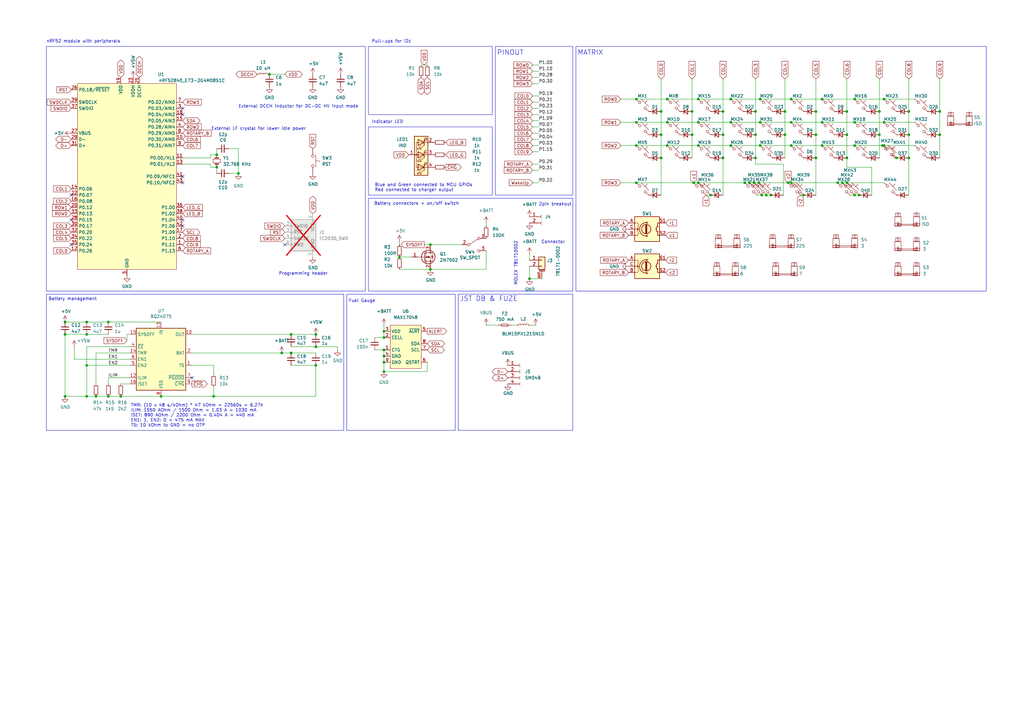
<source format=kicad_sch>
(kicad_sch (version 20231120) (generator "eeschema") (generator_version "8.0")
  (paper "A3")
  (junction (at 129.54 137.16))
  (junction (at 334.645 64.77))
  (junction (at 350.52 50.165))
  (junction (at 260.985 74.93))
  (junction (at 44.45 162.56) (diameter 0.9144))
  (junction (at 115.57 144.78))
  (junction (at 307.34 74.93))
  (junction (at 217.17 114.3))
  (junction (at 311.785 59.69))
  (junction (at 372.745 45.72))
  (junction (at 312.42 80.01))
  (junction (at 157.48 138.43))
  (junction (at 362.585 50.165))
  (junction (at 157.48 143.51))
  (junction (at 97.79 71.12))
  (junction (at 163.83 105.41))
  (junction (at 157.48 148.59))
  (junction (at 129.54 149.86) (diameter 0.9144))
  (junction (at 286.385 59.69))
  (junction (at 324.485 74.93))
  (junction (at 66.04 162.56) (diameter 0.9144))
  (junction (at 329.565 80.01))
  (junction (at 347.345 74.93))
  (junction (at 157.48 135.89))
  (junction (at 334.645 45.72))
  (junction (at 385.445 55.245))
  (junction (at 35.56 162.56) (diameter 0.9144))
  (junction (at 176.53 110.49))
  (junction (at 350.52 40.64))
  (junction (at 323.215 74.93))
  (junction (at 347.345 64.77))
  (junction (at 347.345 55.245))
  (junction (at 299.72 50.165))
  (junction (at 324.485 50.165))
  (junction (at 260.985 40.64))
  (junction (at 119.38 144.78) (diameter 0.9144))
  (junction (at 362.585 59.69))
  (junction (at 284.48 74.93))
  (junction (at 273.685 59.69))
  (junction (at 271.145 64.77))
  (junction (at 352.425 80.01))
  (junction (at 271.145 45.72))
  (junction (at 311.785 50.165))
  (junction (at 35.56 132.08))
  (junction (at 311.15 74.93))
  (junction (at 35.56 149.86) (diameter 0.9144))
  (junction (at 129.54 142.24) (diameter 0.9144))
  (junction (at 321.945 45.72))
  (junction (at 119.38 137.16) (diameter 0.9144))
  (junction (at 324.485 59.69))
  (junction (at 337.185 59.69))
  (junction (at 337.185 50.165))
  (junction (at 44.45 132.08))
  (junction (at 316.23 80.01))
  (junction (at 309.88 55.245))
  (junction (at 88.9 63.5))
  (junction (at 309.88 45.72))
  (junction (at 372.745 55.245))
  (junction (at 296.545 64.77))
  (junction (at 362.585 40.64))
  (junction (at 271.145 55.245))
  (junction (at 49.53 162.56) (diameter 0.9144))
  (junction (at 334.645 55.245))
  (junction (at 314.325 80.01))
  (junction (at 157.48 146.05))
  (junction (at 347.345 45.72))
  (junction (at 87.63 162.56))
  (junction (at 311.785 40.64))
  (junction (at 385.445 45.72))
  (junction (at 286.385 40.64))
  (junction (at 39.37 162.56) (diameter 0.9144))
  (junction (at 299.72 40.64))
  (junction (at 110.49 30.48))
  (junction (at 299.72 59.69))
  (junction (at 296.545 55.245))
  (junction (at 176.53 100.33))
  (junction (at 260.985 59.69))
  (junction (at 305.435 74.93))
  (junction (at 321.945 55.245))
  (junction (at 273.685 40.64))
  (junction (at 26.67 132.08))
  (junction (at 367.665 64.77))
  (junction (at 286.385 50.165))
  (junction (at 286.385 74.93))
  (junction (at 35.56 137.16))
  (junction (at 350.52 80.01))
  (junction (at 309.88 64.77))
  (junction (at 361.95 59.69))
  (junction (at 360.68 45.72))
  (junction (at 350.52 59.69))
  (junction (at 360.68 55.245))
  (junction (at 157.48 152.4))
  (junction (at 345.44 74.93))
  (junction (at 26.67 137.16))
  (junction (at 324.485 40.64))
  (junction (at 337.185 40.64))
  (junction (at 273.685 50.165))
  (junction (at 26.67 162.56) (diameter 0.9144))
  (junction (at 309.245 74.93))
  (junction (at 260.985 50.165))
  (junction (at 343.535 74.93))
  (junction (at 296.545 45.72))
  (junction (at 283.845 45.72))
  (junction (at 283.845 55.245))
  (junction (at 291.465 80.01))
  (junction (at 88.9 68.58))
  (junction (at 372.745 64.77))
  (no_connect (at 116.84 100.33))
  (no_connect (at 29.21 80.01))
  (no_connect (at 29.21 100.33))
  (no_connect (at 74.93 74.93))
  (no_connect (at 29.21 90.17))
  (no_connect (at 74.93 46.99))
  (no_connect (at 78.74 154.94))
  (no_connect (at 74.93 92.71))
  (no_connect (at 74.93 72.39))
  (no_connect (at 74.93 44.45))
  (no_connect (at 74.93 90.17))
  (wire (pts (xy 362.585 50.165) (xy 375.285 50.165)))
  (wire (pts (xy 49.53 157.48) (xy 53.34 157.48)))
  (wire (pts (xy 78.74 137.16) (xy 119.38 137.16)))
  (wire (pts (xy 314.325 80.01) (xy 316.23 80.01)))
  (wire (pts (xy 218.44 41.91) (xy 220.98 41.91)))
  (wire (pts (xy 367.03 64.77) (xy 367.665 64.77)))
  (wire (pts (xy 348.615 80.01) (xy 350.52 80.01)))
  (wire (pts (xy 176.53 110.49) (xy 199.39 110.49)))
  (wire (pts (xy 299.72 40.64) (xy 311.785 40.64)))
  (wire (pts (xy 87.63 158.75) (xy 87.63 162.56)))
  (wire (pts (xy 311.785 40.64) (xy 324.485 40.64)))
  (wire (pts (xy 372.745 64.77) (xy 372.745 80.01)))
  (wire (pts (xy 273.685 40.64) (xy 286.385 40.64)))
  (wire (pts (xy 35.56 132.08) (xy 44.45 132.08)))
  (wire (pts (xy 385.445 45.72) (xy 385.445 55.245)))
  (wire (pts (xy 35.56 149.86) (xy 53.34 149.86)))
  (wire (pts (xy 26.67 132.08) (xy 35.56 132.08)))
  (wire (pts (xy 254.635 40.64) (xy 260.985 40.64)))
  (wire (pts (xy 217.17 133.35) (xy 219.71 133.35)))
  (wire (pts (xy 26.67 137.16) (xy 35.56 137.16)))
  (wire (pts (xy 334.645 32.385) (xy 334.645 45.72)))
  (wire (pts (xy 343.535 74.93) (xy 345.44 74.93)))
  (wire (pts (xy 309.88 45.72) (xy 309.88 55.245)))
  (wire (pts (xy 86.36 67.31) (xy 86.36 68.58)))
  (wire (pts (xy 347.345 68.58) (xy 357.505 68.58)))
  (wire (pts (xy 153.67 143.51) (xy 157.48 143.51)))
  (wire (pts (xy 88.9 60.96) (xy 88.9 63.5)))
  (wire (pts (xy 260.985 50.165) (xy 273.685 50.165)))
  (wire (pts (xy 347.345 64.77) (xy 347.345 68.58)))
  (wire (pts (xy 350.52 80.01) (xy 352.425 80.01)))
  (wire (pts (xy 44.45 154.94) (xy 53.34 154.94)))
  (wire (pts (xy 26.67 162.56) (xy 26.67 137.16)))
  (wire (pts (xy 305.435 74.93) (xy 307.34 74.93)))
  (wire (pts (xy 372.745 32.385) (xy 372.745 45.72)))
  (wire (pts (xy 217.17 109.22) (xy 217.17 114.3)))
  (wire (pts (xy 199.39 133.35) (xy 204.47 133.35)))
  (wire (pts (xy 337.185 40.64) (xy 350.52 40.64)))
  (wire (pts (xy 271.145 32.385) (xy 271.145 45.72)))
  (wire (pts (xy 39.37 144.78) (xy 39.37 157.48)))
  (wire (pts (xy 163.83 105.41) (xy 168.91 105.41)))
  (wire (pts (xy 30.48 147.32) (xy 53.34 147.32)))
  (wire (pts (xy 74.93 64.77) (xy 86.36 64.77)))
  (wire (pts (xy 271.145 64.77) (xy 271.145 80.01)))
  (wire (pts (xy 39.37 162.56) (xy 44.45 162.56)))
  (wire (pts (xy 119.38 142.24) (xy 129.54 142.24)))
  (wire (pts (xy 35.56 162.56) (xy 39.37 162.56)))
  (wire (pts (xy 360.68 45.72) (xy 360.68 55.245)))
  (wire (pts (xy 218.44 29.21) (xy 220.98 29.21)))
  (wire (pts (xy 360.68 55.245) (xy 360.68 64.77)))
  (wire (pts (xy 163.83 110.49) (xy 176.53 110.49)))
  (wire (pts (xy 299.72 59.69) (xy 311.785 59.69)))
  (wire (pts (xy 328.295 80.01) (xy 329.565 80.01)))
  (wire (pts (xy 307.34 74.93) (xy 309.245 74.93)))
  (wire (pts (xy 347.345 32.385) (xy 347.345 45.72)))
  (wire (pts (xy 283.845 32.385) (xy 283.845 45.72)))
  (wire (pts (xy 286.385 50.165) (xy 299.72 50.165)))
  (wire (pts (xy 321.31 67.31) (xy 321.31 80.01)))
  (wire (pts (xy 324.485 50.165) (xy 337.185 50.165)))
  (wire (pts (xy 157.48 135.89) (xy 157.48 138.43)))
  (wire (pts (xy 323.215 74.93) (xy 324.485 74.93)))
  (wire (pts (xy 283.845 55.245) (xy 283.845 64.77)))
  (wire (pts (xy 337.185 59.69) (xy 350.52 59.69)))
  (wire (pts (xy 312.42 80.01) (xy 314.325 80.01)))
  (wire (pts (xy 296.545 55.245) (xy 296.545 64.77)))
  (wire (pts (xy 74.93 67.31) (xy 86.36 67.31)))
  (wire (pts (xy 254.635 50.165) (xy 260.985 50.165)))
  (wire (pts (xy 362.585 59.69) (xy 375.285 59.69)))
  (wire (pts (xy 350.52 40.64) (xy 362.585 40.64)))
  (wire (pts (xy 218.44 26.67) (xy 220.98 26.67)))
  (wire (pts (xy 286.385 40.64) (xy 299.72 40.64)))
  (wire (pts (xy 311.785 59.69) (xy 324.485 59.69)))
  (wire (pts (xy 286.385 59.69) (xy 299.72 59.69)))
  (wire (pts (xy 218.44 31.75) (xy 220.98 31.75)))
  (wire (pts (xy 218.44 59.69) (xy 220.98 59.69)))
  (wire (pts (xy 309.88 64.77) (xy 309.88 67.31)))
  (wire (pts (xy 362.585 40.64) (xy 375.285 40.64)))
  (wire (pts (xy 385.445 55.245) (xy 385.445 64.77)))
  (wire (pts (xy 157.48 148.59) (xy 157.48 152.4)))
  (wire (pts (xy 350.52 59.69) (xy 361.95 59.69)))
  (wire (pts (xy 78.74 144.78) (xy 115.57 144.78)))
  (wire (pts (xy 97.79 60.96) (xy 97.79 71.12)))
  (wire (pts (xy 218.44 52.07) (xy 220.98 52.07)))
  (wire (pts (xy 93.98 60.96) (xy 97.79 60.96)))
  (wire (pts (xy 334.645 45.72) (xy 334.645 55.245)))
  (wire (pts (xy 217.17 104.14) (xy 217.17 106.68)))
  (wire (pts (xy 321.945 55.245) (xy 321.945 64.77)))
  (wire (pts (xy 35.56 142.24) (xy 53.34 142.24)))
  (wire (pts (xy 163.83 99.06) (xy 163.83 100.33)))
  (wire (pts (xy 283.845 45.72) (xy 283.845 55.245)))
  (wire (pts (xy 311.15 74.93) (xy 323.215 74.93)))
  (wire (pts (xy 138.43 143.51) (xy 138.43 142.24)))
  (wire (pts (xy 157.48 146.05) (xy 157.48 148.59)))
  (wire (pts (xy 175.26 152.4) (xy 157.48 152.4)))
  (wire (pts (xy 310.515 80.01) (xy 312.42 80.01)))
  (wire (pts (xy 49.53 162.56) (xy 66.04 162.56)))
  (wire (pts (xy 345.44 74.93) (xy 347.345 74.93)))
  (wire (pts (xy 39.37 144.78) (xy 53.34 144.78)))
  (wire (pts (xy 199.39 102.87) (xy 199.39 110.49)))
  (wire (pts (xy 254.635 74.93) (xy 260.985 74.93)))
  (wire (pts (xy 360.68 32.385) (xy 360.68 45.72)))
  (wire (pts (xy 334.645 55.245) (xy 334.645 64.77)))
  (wire (pts (xy 311.785 50.165) (xy 324.485 50.165)))
  (wire (pts (xy 218.44 57.15) (xy 220.98 57.15)))
  (wire (pts (xy 53.34 137.16) (xy 52.07 137.16)))
  (wire (pts (xy 218.44 67.31) (xy 220.98 67.31)))
  (wire (pts (xy 254.635 59.69) (xy 260.985 59.69)))
  (wire (pts (xy 385.445 32.385) (xy 385.445 45.72)))
  (wire (pts (xy 119.38 149.86) (xy 129.54 149.86)))
  (wire (pts (xy 218.44 34.29) (xy 220.98 34.29)))
  (wire (pts (xy 88.9 68.58) (xy 88.9 71.12)))
  (wire (pts (xy 119.38 144.78) (xy 129.54 144.78)))
  (wire (pts (xy 44.45 162.56) (xy 49.53 162.56)))
  (wire (pts (xy 286.385 74.93) (xy 305.435 74.93)))
  (wire (pts (xy 218.44 74.93) (xy 220.98 74.93)))
  (wire (pts (xy 172.72 26.67) (xy 175.26 26.67)))
  (wire (pts (xy 129.54 162.56) (xy 129.54 149.86)))
  (wire (pts (xy 218.44 44.45) (xy 220.98 44.45)))
  (wire (pts (xy 217.17 114.3) (xy 222.25 114.3)))
  (wire (pts (xy 153.67 138.43) (xy 157.48 138.43)))
  (wire (pts (xy 289.56 80.01) (xy 291.465 80.01)))
  (wire (pts (xy 260.985 40.64) (xy 273.685 40.64)))
  (wire (pts (xy 260.985 59.69) (xy 273.685 59.69)))
  (wire (pts (xy 273.685 59.69) (xy 286.385 59.69)))
  (wire (pts (xy 271.145 55.245) (xy 271.145 64.77)))
  (wire (pts (xy 299.72 50.165) (xy 311.785 50.165)))
  (wire (pts (xy 175.26 148.59) (xy 175.26 152.4)))
  (wire (pts (xy 87.63 162.56) (xy 129.54 162.56)))
  (wire (pts (xy 52.07 137.16) (xy 52.07 139.7)))
  (wire (pts (xy 273.685 50.165) (xy 286.385 50.165)))
  (wire (pts (xy 347.345 55.245) (xy 347.345 64.77)))
  (wire (pts (xy 35.56 142.24) (xy 35.56 149.86)))
  (wire (pts (xy 157.48 143.51) (xy 157.48 146.05)))
  (wire (pts (xy 218.44 49.53) (xy 220.98 49.53)))
  (wire (pts (xy 86.36 64.77) (xy 86.36 63.5)))
  (wire (pts (xy 78.74 149.86) (xy 87.63 149.86)))
  (wire (pts (xy 86.36 63.5) (xy 88.9 63.5)))
  (wire (pts (xy 218.44 69.85) (xy 220.98 69.85)))
  (wire (pts (xy 321.945 45.72) (xy 321.945 55.245)))
  (wire (pts (xy 209.55 133.35) (xy 212.09 133.35)))
  (wire (pts (xy 324.485 74.93) (xy 343.535 74.93)))
  (wire (pts (xy 357.505 68.58) (xy 357.505 80.01)))
  (wire (pts (xy 176.53 100.33) (xy 189.23 100.33)))
  (wire (pts (xy 44.45 132.08) (xy 66.04 132.08)))
  (wire (pts (xy 334.645 64.77) (xy 334.645 80.01)))
  (wire (pts (xy 337.185 50.165) (xy 350.52 50.165)))
  (wire (pts (xy 309.245 74.93) (xy 311.15 74.93)))
  (wire (pts (xy 218.44 54.61) (xy 220.98 54.61)))
  (wire (pts (xy 44.45 154.94) (xy 44.45 157.48)))
  (wire (pts (xy 93.98 71.12) (xy 97.79 71.12)))
  (wire (pts (xy 296.545 64.77) (xy 296.545 80.01)))
  (wire (pts (xy 324.485 40.64) (xy 337.185 40.64)))
  (wire (pts (xy 35.56 149.86) (xy 35.56 162.56)))
  (wire (pts (xy 309.88 32.385) (xy 309.88 45.72)))
  (wire (pts (xy 173.99 100.33) (xy 176.53 100.33)))
  (wire (pts (xy 350.52 50.165) (xy 362.585 50.165)))
  (wire (pts (xy 271.145 45.72) (xy 271.145 55.245)))
  (wire (pts (xy 199.39 91.44) (xy 199.39 92.71)))
  (wire (pts (xy 321.945 32.385) (xy 321.945 45.72)))
  (wire (pts (xy 309.88 55.245) (xy 309.88 64.77)))
  (wire (pts (xy 296.545 45.72) (xy 296.545 55.245)))
  (wire (pts (xy 218.44 39.37) (xy 220.98 39.37)))
  (wire (pts (xy 87.63 153.67) (xy 87.63 149.86)))
  (wire (pts (xy 138.43 142.24) (xy 129.54 142.24)))
  (wire (pts (xy 26.67 162.56) (xy 35.56 162.56)))
  (wire (pts (xy 347.345 74.93) (xy 362.585 74.93)))
  (wire (pts (xy 35.56 137.16) (xy 44.45 137.16)))
  (wire (pts (xy 324.485 59.69) (xy 337.185 59.69)))
  (wire (pts (xy 372.745 55.245) (xy 372.745 64.77)))
  (wire (pts (xy 110.49 30.48) (xy 116.84 30.48)))
  (wire (pts (xy 309.88 67.31) (xy 321.31 67.31)))
  (wire (pts (xy 260.985 74.93) (xy 284.48 74.93)))
  (wire (pts (xy 347.345 45.72) (xy 347.345 55.245)))
  (wire (pts (xy 86.36 68.58) (xy 88.9 68.58)))
  (wire (pts (xy 296.545 32.385) (xy 296.545 45.72)))
  (wire (pts (xy 30.48 147.32) (xy 30.48 142.24)))
  (wire (pts (xy 115.57 144.78) (xy 119.38 144.78)))
  (wire (pts (xy 66.04 162.56) (xy 87.63 162.56)))
  (wire (pts (xy 372.745 45.72) (xy 372.745 55.245)))
  (wire (pts (xy 119.38 137.16) (xy 129.54 137.16)))
  (wire (pts (xy 157.48 133.35) (xy 157.48 135.89)))
  (wire (pts (xy 218.44 46.99) (xy 220.98 46.99)))
  (wire (pts (xy 284.48 74.93) (xy 286.385 74.93)))
  (wire (pts (xy 218.44 62.23) (xy 220.98 62.23)))
  (wire (pts (xy 361.95 59.69) (xy 362.585 59.69)))
  (rectangle (start 203.2 19.05) (end 234.95 80.01))
  (rectangle (start 151.13 81.28) (end 234.95 119.38))
  (rectangle (start 236.22 19.05) (end 404.495 119.38))
  (rectangle (start 19.05 120.65) (end 140.97 176.53))
  (rectangle (start 151.13 19.05) (end 201.93 46.99))
  (rectangle (start 19.05 19.05) (end 149.86 119.38))
  (rectangle (start 142.24 120.65) (end 186.69 176.53))
  (rectangle (start 187.96 120.65) (end 234.95 176.53))
  (rectangle (start 151.13 52.07) (end 201.93 80.01))
  (text "Programming header" (at 114.3 113.03 0) (effects (font (size 1.27 1.27)) (justify left bottom)))
  (text "Pull-ups for i2c" (at 152.4 17.78 0) (effects (font (size 1.27 1.27)) (justify left bottom)))
  (text "Indicator LED" (at 152.4 50.8 0) (effects (font (size 1.27 1.27)) (justify left bottom)))
  (text "Blue and Green connected to MCU GPIOs\nRed connected to charger output" (at 153.67 78.74 0) (effects (font (size 1.27 1.27)) (justify left bottom)))
  (text "MOLEX 781710002" (at 212.344 117.094 90) (effects (font (size 1.27 1.27)) (justify left bottom)))
  (text "nRF52 module with peripherals" (at 19.05 17.78 0) (effects (font (size 1.27 1.27)) (justify left bottom)))
  (text "Connector" (at 221.996 100.076 0) (effects (font (size 1.27 1.27)) (justify left bottom)))
  (text "TMR: (10 x 48 s/kOhm) * 47 kOhm = 22560s = 6.27h\nILIM: 1550 AOhm / 1500 Ohm = 1.03 A = 1030 mA\nISET: 890 AOhm / 2200 Ohm = 0.404 A = 440 mA\nEN1: 1, EN2: 0 = 475 mA MAX\nTS: 10 kOhm to GND = no OTP" (at 53.594 175.26 0) (effects (font (size 1.27 1.27)) (justify left bottom)))
  (text "Battery management" (at 19.812 123.444 0) (effects (font (size 1.27 1.27)) (justify left bottom)))
  (text "PINOUT" (at 203.835 22.86 0) (effects (font (size 2 2)) (justify left bottom)))
  (text "Battery connectors + on/off switch" (at 153.416 84.328 0) (effects (font (size 1.27 1.27)) (justify left bottom)))
  (text "MATRIX" (at 236.855 22.86 0) (effects (font (size 2 2)) (justify left bottom)))
  (text "External LF crystal for lower idle power" (at 86.614 53.594 0) (effects (font (size 1.27 1.27)) (justify left bottom)))
  (text "External DCCH inductor for DC-DC HV input mode" (at 97.79 44.45 0) (effects (font (size 1.27 1.27)) (justify left bottom)))
  (text "JST DB & FUZE" (at 188.595 123.825 0) (effects (font (size 2 2)) (justify left bottom)))
  (text "2pin breakout" (at 220.98 84.582 0) (effects (font (size 1.27 1.27)) (justify left bottom)))
  (text "Fuel Gauge" (at 143.002 124.206 0) (effects (font (size 1.27 1.27)) (justify left bottom)))
  (label "P0.19" (at 220.98 39.37 0))
  (label "EN1" (at 44.45 147.32 0))
  (label "P0.23" (at 220.98 44.45 0))
  (label "ILIM" (at 44.45 154.94 0))
  (label "P0.07" (at 220.98 52.07 0))
  (label "TMR" (at 44.45 144.78 0))
  (label "P0.28" (at 220.98 31.75 0))
  (label "P0.31" (at 220.98 69.85 0))
  (label "P1.00" (at 220.98 26.67 0))
  (label "P0.04" (at 220.98 57.15 0))
  (label "P0.30" (at 220.98 34.29 0))
  (label "P0.21" (at 220.98 41.91 0))
  (label "P1.15" (at 220.98 62.23 0))
  (label "P1.09" (at 220.98 49.53 0))
  (label "P0.05" (at 220.98 54.61 0))
  (label "EN2" (at 44.45 149.86 0))
  (label "P1.10" (at 220.98 29.21 0))
  (label "P0.12" (at 220.98 46.99 0))
  (label "P0.03" (at 220.98 59.69 0))
  (label "P0.29" (at 220.98 67.31 0))
  (label "P0.22" (at 220.98 74.93 0))
  (global_label "VDD" (shape bidirectional) (at 49.53 31.75 90) (property "Intersheetrefs" "${INTERSHEET_REFS}" (effects (hide yes))))
  (global_label "LED_G" (shape input) (at 182.88 63.5 0) (property "Intersheetrefs" "${INTERSHEET_REFS}" (effects (hide yes))))
  (global_label "DCCH" (shape bidirectional) (at 57.15 31.75 90) (property "Intersheetrefs" "${INTERSHEET_REFS}" (effects (hide yes))))
  (global_label "ROW3" (shape input) (at 254.635 74.93 180) (property "Intersheetrefs" "${INTERSHEET_REFS}" (effects (hide yes))))
  (global_label "ROTARY_B" (shape input) (at 257.81 96.52 180) (property "Intersheetrefs" "${INTERSHEET_REFS}" (effects (hide yes))))
  (global_label "COL6" (shape input) (at 74.93 57.15 0) (property "Intersheetrefs" "${INTERSHEET_REFS}" (effects (hide yes))))
  (global_label "~{CHG}" (shape output) (at 78.74 157.48 0) (property "Intersheetrefs" "${INTERSHEET_REFS}" (effects (hide yes))))
  (global_label "ROTARY_B" (shape input) (at 218.44 69.85 180) (property "Intersheetrefs" "${INTERSHEET_REFS}" (effects (hide yes))))
  (global_label "COL1" (shape input) (at 29.21 77.47 180) (property "Intersheetrefs" "${INTERSHEET_REFS}" (effects (hide yes))))
  (global_label "ROW1" (shape input) (at 29.21 85.09 180) (property "Intersheetrefs" "${INTERSHEET_REFS}" (effects (hide yes))))
  (global_label "LED_G" (shape input) (at 74.93 85.09 0) (property "Intersheetrefs" "${INTERSHEET_REFS}" (effects (hide yes))))
  (global_label "SYSOFF" (shape input) (at 52.07 139.7 180) (property "Intersheetrefs" "${INTERSHEET_REFS}" (effects (hide yes))))
  (global_label "SYSOFF" (shape output) (at 173.99 100.33 180) (property "Intersheetrefs" "${INTERSHEET_REFS}" (effects (hide yes))))
  (global_label "r1" (shape input) (at 273.05 91.44 0) (property "Intersheetrefs" "${INTERSHEET_REFS}" (effects (hide yes))))
  (global_label "ROW3" (shape input) (at 218.44 34.29 180) (property "Intersheetrefs" "${INTERSHEET_REFS}" (effects (hide yes))))
  (global_label "VDD" (shape bidirectional) (at 128.27 87.63 90) (property "Intersheetrefs" "${INTERSHEET_REFS}" (effects (hide yes))))
  (global_label "VDD" (shape bidirectional) (at 116.84 30.48 0) (property "Intersheetrefs" "${INTERSHEET_REFS}" (effects (hide yes))))
  (global_label "D+" (shape bidirectional) (at 208.28 154.94 180) (property "Intersheetrefs" "${INTERSHEET_REFS}" (effects (hide yes))))
  (global_label "SDA" (shape bidirectional) (at 172.72 31.75 270) (property "Intersheetrefs" "${INTERSHEET_REFS}" (effects (hide yes))))
  (global_label "c2" (shape input) (at 273.05 111.76 0) (property "Intersheetrefs" "${INTERSHEET_REFS}" (effects (hide yes))))
  (global_label "r2" (shape input) (at 328.295 80.01 270) (property "Intersheetrefs" "${INTERSHEET_REFS}" (effects (hide yes))))
  (global_label "D-" (shape bidirectional) (at 29.21 57.15 180) (property "Intersheetrefs" "${INTERSHEET_REFS}" (effects (hide yes))))
  (global_label "VDD" (shape input) (at 167.64 63.5 180) (property "Intersheetrefs" "${INTERSHEET_REFS}" (effects (hide yes))))
  (global_label "SCL" (shape bidirectional) (at 74.93 95.25 0) (property "Intersheetrefs" "${INTERSHEET_REFS}" (effects (hide yes))))
  (global_label "COL2" (shape input) (at 29.21 82.55 180) (property "Intersheetrefs" "${INTERSHEET_REFS}" (effects (hide yes))))
  (global_label "COL1" (shape input) (at 218.44 41.91 180) (property "Intersheetrefs" "${INTERSHEET_REFS}" (effects (hide yes))))
  (global_label "SCL" (shape bidirectional) (at 175.26 31.75 270) (property "Intersheetrefs" "${INTERSHEET_REFS}" (effects (hide yes))))
  (global_label "COL5" (shape input) (at 218.44 52.07 180) (property "Intersheetrefs" "${INTERSHEET_REFS}" (effects (hide yes))))
  (global_label "c1" (shape input) (at 273.05 96.52 0) (property "Intersheetrefs" "${INTERSHEET_REFS}" (effects (hide yes))))
  (global_label "r1" (shape input) (at 289.56 80.01 270) (property "Intersheetrefs" "${INTERSHEET_REFS}" (effects (hide yes))))
  (global_label "ROW2" (shape input) (at 74.93 52.07 0) (property "Intersheetrefs" "${INTERSHEET_REFS}" (effects (hide yes))))
  (global_label "D+" (shape bidirectional) (at 29.21 59.69 180) (property "Intersheetrefs" "${INTERSHEET_REFS}" (effects (hide yes))))
  (global_label "COL9" (shape input) (at 218.44 62.23 180) (property "Intersheetrefs" "${INTERSHEET_REFS}" (effects (hide yes))))
  (global_label "VDD" (shape input) (at 173.99 26.67 90) (property "Intersheetrefs" "${INTERSHEET_REFS}" (effects (hide yes))))
  (global_label "SWDIO" (shape input) (at 116.84 92.71 180) (property "Intersheetrefs" "${INTERSHEET_REFS}" (effects (hide yes))))
  (global_label "ROTARY_A" (shape input) (at 257.81 106.68 180) (property "Intersheetrefs" "${INTERSHEET_REFS}" (effects (hide yes))))
  (global_label "COL0" (shape input) (at 271.145 32.385 90) (property "Intersheetrefs" "${INTERSHEET_REFS}" (effects (hide yes))))
  (global_label "SDA" (shape bidirectional) (at 175.26 140.97 0) (property "Intersheetrefs" "${INTERSHEET_REFS}" (effects (hide yes))))
  (global_label "LED_B" (shape input) (at 182.88 58.42 0) (property "Intersheetrefs" "${INTERSHEET_REFS}" (effects (hide yes))))
  (global_label "COL2" (shape input) (at 296.545 32.385 90) (property "Intersheetrefs" "${INTERSHEET_REFS}" (effects (hide yes))))
  (global_label "SWDCLK" (shape input) (at 116.84 97.79 180) (property "Intersheetrefs" "${INTERSHEET_REFS}" (effects (hide yes))))
  (global_label "COL9" (shape input) (at 74.93 100.33 0) (property "Intersheetrefs" "${INTERSHEET_REFS}" (effects (hide yes))))
  (global_label "ROTARY_A" (shape input) (at 218.44 67.31 180) (property "Intersheetrefs" "${INTERSHEET_REFS}" (effects (hide yes))))
  (global_label "ROW1" (shape input) (at 254.635 50.165 180) (property "Intersheetrefs" "${INTERSHEET_REFS}" (effects (hide yes))))
  (global_label "SWDCLK" (shape input) (at 29.21 41.91 180) (property "Intersheetrefs" "${INTERSHEET_REFS}" (effects (hide yes))))
  (global_label "RST" (shape input) (at 116.84 95.25 180) (property "Intersheetrefs" "${INTERSHEET_REFS}" (effects (hide yes))))
  (global_label "COL8" (shape input) (at 218.44 59.69 180) (property "Intersheetrefs" "${INTERSHEET_REFS}" (effects (hide yes))))
  (global_label "ROTARY_B" (shape input) (at 257.81 111.76 180) (property "Intersheetrefs" "${INTERSHEET_REFS}" (effects (hide yes))))
  (global_label "D-" (shape bidirectional) (at 208.28 152.4 180) (property "Intersheetrefs" "${INTERSHEET_REFS}" (effects (hide yes))))
  (global_label "ROW2" (shape input) (at 254.635 59.69 180) (property "Intersheetrefs" "${INTERSHEET_REFS}" (effects (hide yes))))
  (global_label "COL7" (shape input) (at 218.44 57.15 180) (property "Intersheetrefs" "${INTERSHEET_REFS}" (effects (hide yes))))
  (global_label "ROW0" (shape input) (at 254.635 40.64 180) (property "Intersheetrefs" "${INTERSHEET_REFS}" (effects (hide yes))))
  (global_label "ROTARY_A" (shape input) (at 257.81 91.44 180) (property "Intersheetrefs" "${INTERSHEET_REFS}" (effects (hide yes))))
  (global_label "COL5" (shape input) (at 334.645 32.385 90) (property "Intersheetrefs" "${INTERSHEET_REFS}" (effects (hide yes))))
  (global_label "COL7" (shape input) (at 360.68 32.385 90) (property "Intersheetrefs" "${INTERSHEET_REFS}" (effects (hide yes))))
  (global_label "c1" (shape input) (at 284.48 74.93 90) (property "Intersheetrefs" "${INTERSHEET_REFS}" (effects (hide yes))))
  (global_label "ROW3" (shape input) (at 74.93 41.91 0) (property "Intersheetrefs" "${INTERSHEET_REFS}" (effects (hide yes))))
  (global_label "ROW2" (shape input) (at 218.44 31.75 180) (property "Intersheetrefs" "${INTERSHEET_REFS}" (effects (hide yes))))
  (global_label "RST" (shape input) (at 128.27 60.96 90) (property "Intersheetrefs" "${INTERSHEET_REFS}" (effects (hide yes))))
  (global_label "ROW0" (shape input) (at 218.44 26.67 180) (property "Intersheetrefs" "${INTERSHEET_REFS}" (effects (hide yes))))
  (global_label "COL6" (shape input) (at 218.44 54.61 180) (property "Intersheetrefs" "${INTERSHEET_REFS}" (effects (hide yes))))
  (global_label "COL9" (shape input) (at 385.445 32.385 90) (property "Intersheetrefs" "${INTERSHEET_REFS}" (effects (hide yes))))
  (global_label "~{CHG}" (shape output) (at 182.88 68.58 0) (property "Intersheetrefs" "${INTERSHEET_REFS}" (effects (hide yes))))
  (global_label "COL8" (shape input) (at 74.93 97.79 0) (property "Intersheetrefs" "${INTERSHEET_REFS}" (effects (hide yes))))
  (global_label "ROTARY_A" (shape input) (at 74.93 102.87 0) (property "Intersheetrefs" "${INTERSHEET_REFS}" (effects (hide yes))))
  (global_label "ROTARY_B" (shape input) (at 74.93 54.61 0) (property "Intersheetrefs" "${INTERSHEET_REFS}" (effects (hide yes))))
  (global_label "LED_B" (shape input) (at 74.93 87.63 0) (property "Intersheetrefs" "${INTERSHEET_REFS}" (effects (hide yes))))
  (global_label "ALERT" (shape output) (at 175.26 135.89 0) (property "Intersheetrefs" "${INTERSHEET_REFS}" (effects (hide yes))))
  (global_label "COL6" (shape input) (at 347.345 32.385 90) (property "Intersheetrefs" "${INTERSHEET_REFS}" (effects (hide yes))))
  (global_label "DCCH" (shape bidirectional) (at 105.41 30.48 180) (property "Intersheetrefs" "${INTERSHEET_REFS}" (effects (hide yes))))
  (global_label "COL3" (shape input) (at 218.44 46.99 180) (property "Intersheetrefs" "${INTERSHEET_REFS}" (effects (hide yes))))
  (global_label "WakeUp" (shape input) (at 218.44 74.93 180) (property "Intersheetrefs" "${INTERSHEET_REFS}" (effects (hide yes))))
  (global_label "COL8" (shape input) (at 372.745 32.385 90) (property "Intersheetrefs" "${INTERSHEET_REFS}" (effects (hide yes))))
  (global_label "COL4" (shape input) (at 218.44 49.53 180) (property "Intersheetrefs" "${INTERSHEET_REFS}" (effects (hide yes))))
  (global_label "ROW1" (shape input) (at 218.44 29.21 180) (property "Intersheetrefs" "${INTERSHEET_REFS}" (effects (hide yes))))
  (global_label "RST" (shape input) (at 29.21 36.83 180) (property "Intersheetrefs" "${INTERSHEET_REFS}" (effects (hide yes))))
  (global_label "COL0" (shape input) (at 29.21 102.87 180) (property "Intersheetrefs" "${INTERSHEET_REFS}" (effects (hide yes))))
  (global_label "r2" (shape input) (at 273.05 106.68 0) (property "Intersheetrefs" "${INTERSHEET_REFS}" (effects (hide yes))))
  (global_label "COL3" (shape input) (at 309.88 32.385 90) (property "Intersheetrefs" "${INTERSHEET_REFS}" (effects (hide yes))))
  (global_label "SCL" (shape bidirectional) (at 175.26 143.51 0) (property "Intersheetrefs" "${INTERSHEET_REFS}" (effects (hide yes))))
  (global_label "ROW0" (shape input) (at 29.21 87.63 180) (property "Intersheetrefs" "${INTERSHEET_REFS}" (effects (hide yes))))
  (global_label "SWDIO" (shape input) (at 29.21 44.45 180) (property "Intersheetrefs" "${INTERSHEET_REFS}" (effects (hide yes))))
  (global_label "COL7" (shape input) (at 74.93 59.69 0) (property "Intersheetrefs" "${INTERSHEET_REFS}" (effects (hide yes))))
  (global_label "COL5" (shape input) (at 29.21 97.79 180) (property "Intersheetrefs" "${INTERSHEET_REFS}" (effects (hide yes))))
  (global_label "COL4" (shape input) (at 29.21 95.25 180) (property "Intersheetrefs" "${INTERSHEET_REFS}" (effects (hide yes))))
  (global_label "COL1" (shape input) (at 283.845 32.385 90) (property "Intersheetrefs" "${INTERSHEET_REFS}" (effects (hide yes))))
  (global_label "COL2" (shape input) (at 218.44 44.45 180) (property "Intersheetrefs" "${INTERSHEET_REFS}" (effects (hide yes))))
  (global_label "COL0" (shape input) (at 218.44 39.37 180) (property "Intersheetrefs" "${INTERSHEET_REFS}" (effects (hide yes))))
  (global_label "c2" (shape input) (at 323.215 74.93 90) (property "Intersheetrefs" "${INTERSHEET_REFS}" (effects (hide yes))))
  (global_label "SDA" (shape bidirectional) (at 74.93 49.53 0) (property "Intersheetrefs" "${INTERSHEET_REFS}" (effects (hide yes))))
  (global_label "COL3" (shape input) (at 29.21 92.71 180) (property "Intersheetrefs" "${INTERSHEET_REFS}" (effects (hide yes))))
  (global_label "COL4" (shape input) (at 321.945 32.385 90) (property "Intersheetrefs" "${INTERSHEET_REFS}" (effects (hide yes))))
  (symbol (lib_id "Device:D_Small") (at 344.805 64.77 0) (unit 1)
    (property "Reference" "D13" (at 344.805 62.865 0))
    (property "Value" "D_Small" (effects (hide yes)))
    (property "Footprint" "Diode_SMD:D_SOD-123F" (effects (hide yes)))
    (property "Sim.Device" "D" (effects (hide yes)))
    (property "Sim.Pins" "1=K 2=A" (effects (hide yes)))
  )
  (symbol (lib_id "power:GND") (at 128.27 35.56 0) (unit 1)
    (property "Reference" "#PWR021" (effects (hide yes)))
    (property "Value" "GND" (at 128.27 40.005 0))
  )
  (symbol (lib_id "PCM_marbastlib-mx:MX_stab") (at 372.11 90.17 0) (unit 1) (in_bom no) (on_board no)
    (property "Reference" "S1" (at 377.825 89.408 0) (effects (justify left)))
    (property "Value" "ISO" (at 377.825 91.948 0) (effects (justify left)))
    (property "Footprint" "PCM_marbastlib-mx:STAB_MX_P_ISO" (effects (hide yes)))
  )
  (symbol (lib_id "Device:R_Small") (at 172.72 29.21 0) (unit 1)
    (property "Reference" "R1" (at 170.18 27.9399 0) (effects (justify right)))
    (property "Value" "10k" (at 170.18 30.4799 0) (effects (justify right)))
    (property "Footprint" "Resistor_SMD:R_0402_1005Metric" (effects (hide yes)))
    (property "LCSC" "C25744" (effects (hide yes)))
  )
  (symbol (lib_id "PCM_marbastlib-mx:MX_SW_solder") (at 288.925 52.705 0) (unit 1)
    (property "Reference" "MX17" (at 288.925 48.895 0))
    (property "Value" "MX_SW_solder" (effects (hide yes)))
    (property "Footprint" "PCM_marbastlib-mx:SW_MX_1u" (effects (hide yes)))
  )
  (symbol (lib_id "power:+BATT") (at 115.57 144.78 0) (unit 1)
    (property "Reference" "#PWR035" (effects (hide yes)))
    (property "Value" "+BATT" (at 115.57 139.7 0))
  )
  (symbol (lib_id "Device:R_Small") (at 87.63 156.21 0) (unit 1)
    (property "Reference" "R13" (at 89.916 154.94 0) (effects (justify left)))
    (property "Value" "10k" (at 89.916 157.48 0) (effects (justify left)))
    (property "Footprint" "Resistor_SMD:R_0402_1005Metric" (effects (hide yes)))
    (property "LCSC" "C25744" (effects (hide yes)))
  )
  (symbol (lib_id "power:VBUS") (at 208.28 149.86 0) (unit 1)
    (property "Reference" "#PWR040" (effects (hide yes)))
    (property "Value" "VBUS" (at 208.28 144.78 0))
    (property "Description" "Power symbol creates a global label with name \"VBUS\"" (effects (hide yes)))
  )
  (symbol (lib_id "Device:D_Small") (at 332.105 55.245 0) (unit 1)
    (property "Reference" "D4" (at 332.105 53.34 0))
    (property "Value" "D_Small" (effects (hide yes)))
    (property "Footprint" "Diode_SMD:D_SOD-123F" (effects (hide yes)))
    (property "Sim.Device" "D" (effects (hide yes)))
    (property "Sim.Pins" "1=K 2=A" (effects (hide yes)))
  )
  (symbol (lib_id "PCM_marbastlib-mx:MX_SW_solder") (at 365.125 43.18 0) (unit 1)
    (property "Reference" "MX23" (at 365.76 39.37 0))
    (property "Value" "MX_SW_solder" (effects (hide yes)))
    (property "Footprint" "PCM_marbastlib-mx:SW_MX_1u" (effects (hide yes)))
  )
  (symbol (lib_id "Device:D_Small") (at 294.005 55.245 0) (unit 1)
    (property "Reference" "D17" (at 294.005 53.34 0))
    (property "Value" "D_Small" (effects (hide yes)))
    (property "Footprint" "Diode_SMD:D_SOD-123F" (effects (hide yes)))
    (property "Sim.Device" "D" (effects (hide yes)))
    (property "Sim.Pins" "1=K 2=A" (effects (hide yes)))
  )
  (symbol (lib_id "PCM_marbastlib-mx:MX_SW_solder") (at 309.88 77.47 0) (unit 1)
    (property "Reference" "MX35" (at 309.245 71.755 0))
    (property "Value" "MX_SW_solder" (effects (hide yes)))
    (property "Footprint" "PCM_marbastlib-mx:SW_MX_1u" (effects (hide yes)))
  )
  (symbol (lib_id "power:+5V") (at 163.83 99.06 0) (unit 1)
    (property "Reference" "#PWR08" (effects (hide yes)))
    (property "Value" "+5V" (at 164.211 94.6658 0))
  )
  (symbol (lib_id "PCM_marbastlib-various:LED_MHT151RGBCT") (at 172.72 63.5 180) (unit 1)
    (property "Reference" "LED1" (at 165.1 57.15 0))
    (property "Value" "IND" (at 165.1 59.69 0))
    (property "Footprint" "PCM_marbastlib-various:LED_1206R" (effects (hide yes)))
    (property "Datasheet" "https://datasheet.lcsc.com/lcsc/2104121904_MEIHUA-MHT151RGBCT_C409782.pdf" (effects (hide yes)))
    (property "LCSC" "C2802677" (effects (hide yes)))
  )
  (symbol (lib_id "Device:R_Small") (at 49.53 160.02 0) (unit 1)
    (property "Reference" "R16" (at 48.26 165.1 0) (effects (justify left)))
    (property "Value" "2k2" (at 48.26 167.64 0) (effects (justify left)))
    (property "Footprint" "Resistor_SMD:R_0402_1005Metric" (effects (hide yes)))
    (property "LCSC" "C25879" (effects (hide yes)))
  )
  (symbol (lib_id "PCM_marbastlib-mx:MX_SW_solder") (at 287.02 77.47 0) (unit 1)
    (property "Reference" "MX14" (at 288.925 73.66 0))
    (property "Value" "MX_SW_solder" (effects (hide yes)))
    (property "Footprint" "PCM_marbastlib-mx:SW_MX_1u" (effects (hide yes)))
  )
  (symbol (lib_id "PCM_marbastlib-mx:MX_SW_solder") (at 346.075 77.47 0) (unit 1)
    (property "Reference" "MX28" (at 346.075 73.66 0))
    (property "Value" "MX_SW_solder" (effects (hide yes)))
    (property "Footprint" "PCM_marbastlib-mx:SW_MX_1u" (effects (hide yes)))
  )
  (symbol (lib_id "PCM_marbastlib-mx:MX_SW_solder") (at 353.06 52.705 0) (unit 1)
    (property "Reference" "MX18" (at 352.425 48.895 0))
    (property "Value" "MX_SW_solder" (effects (hide yes)))
    (property "Footprint" "PCM_marbastlib-mx:SW_MX_1u" (effects (hide yes)))
  )
  (symbol (lib_id "Device:D_Small") (at 268.605 55.245 0) (unit 1)
    (property "Reference" "D3" (at 268.605 53.34 0))
    (property "Value" "D_Small" (effects (hide yes)))
    (property "Footprint" "Diode_SMD:D_SOD-123F" (effects (hide yes)))
    (property "Sim.Device" "D" (effects (hide yes)))
    (property "Sim.Pins" "1=K 2=A" (effects (hide yes)))
  )
  (symbol (lib_id "PCM_marbastlib-various:TC2030_SWD") (at 123.19 97.79 0) (unit 1) (in_bom no) (dnp yes)
    (property "Reference" "J1" (at 130.81 95.25 0) (effects (justify left)))
    (property "Value" "TC2030_SWD" (at 130.81 97.79 0) (effects (justify left)))
    (property "Footprint" "PCM_marbastlib-various:CON_TC2030_outlined" (effects (hide yes)))
    (property "Datasheet" " ~" (effects (hide yes)))
  )
  (symbol (lib_id "Device:D_Small") (at 307.34 55.245 0) (unit 1)
    (property "Reference" "D28" (at 307.34 53.34 0))
    (property "Value" "D_Small" (effects (hide yes)))
    (property "Footprint" "Diode_SMD:D_SOD-123F" (effects (hide yes)))
    (property "Sim.Device" "D" (effects (hide yes)))
    (property "Sim.Pins" "1=K 2=A" (effects (hide yes)))
  )
  (symbol (lib_id "Device:D_Small") (at 382.905 45.72 0) (unit 1)
    (property "Reference" "D26" (at 382.905 43.815 0))
    (property "Value" "D_Small" (effects (hide yes)))
    (property "Footprint" "Diode_SMD:D_SOD-123F" (effects (hide yes)))
    (property "Sim.Device" "D" (effects (hide yes)))
    (property "Sim.Pins" "1=K 2=A" (effects (hide yes)))
  )
  (symbol (lib_id "power:GND") (at 52.07 113.03 0) (unit 1)
    (property "Reference" "#PWR028" (effects (hide yes)))
    (property "Value" "GND" (at 52.07 117.475 0))
  )
  (symbol (lib_id "Connector:Conn_01x02_Female") (at 222.25 88.9 0) (unit 1)
    (property "Reference" "J4" (at 223.52 88.8999 0) (effects (justify left)))
    (property "Value" "Conn_01x02_Female" (effects (hide yes)))
    (property "Footprint" "Connector_JST:JST_PH_S2B-PH-K_1x02_P2.00mm_Horizontal" (effects (hide yes)))
  )
  (symbol (lib_id "PCM_marbastlib-mx:MX_SW_solder") (at 364.49 62.23 0) (unit 1)
    (property "Reference" "MX27" (at 363.855 57.785 0))
    (property "Value" "MX_SW_solder" (effects (hide yes)))
    (property "Footprint" "PCM_marbastlib-mx:SW_MX_1u" (effects (hide yes)))
  )
  (symbol (lib_id "Device:R_Small") (at 39.37 160.02 0) (unit 1)
    (property "Reference" "R14" (at 38.1 165.1 0) (effects (justify left)))
    (property "Value" "47k" (at 38.1 167.64 0) (effects (justify left)))
    (property "Footprint" "Resistor_SMD:R_0402_1005Metric" (effects (hide yes)))
    (property "LCSC" "C25792" (effects (hide yes)))
  )
  (symbol (lib_id "PCM_marbastlib-mx:MX_SW_solder") (at 365.125 77.47 0) (unit 1)
    (property "Reference" "MX44" (at 365.125 73.66 0))
    (property "Value" "MX_SW_solder" (effects (hide yes)))
    (property "Footprint" "PCM_marbastlib-mx:SW_MX_1.25u" (effects (hide yes)))
  )
  (symbol (lib_id "Device:D_Small") (at 358.14 45.72 0) (unit 1)
    (property "Reference" "D16" (at 358.14 43.815 0))
    (property "Value" "D_Small" (effects (hide yes)))
    (property "Footprint" "Diode_SMD:D_SOD-123F" (effects (hide yes)))
    (property "Sim.Device" "D" (effects (hide yes)))
    (property "Sim.Pins" "1=K 2=A" (effects (hide yes)))
  )
  (symbol (lib_id "power:+5V") (at 219.71 133.35 0) (unit 1)
    (property "Reference" "#PWR03" (effects (hide yes)))
    (property "Value" "+5V" (at 220.091 128.9558 0))
  )
  (symbol (lib_id "PCM_marbastlib-mx:MX_SW_solder") (at 288.925 62.23 0) (unit 1)
    (property "Reference" "MX19" (at 288.925 58.42 0))
    (property "Value" "MX_SW_solder" (effects (hide yes)))
    (property "Footprint" "PCM_marbastlib-mx:SW_MX_1u" (effects (hide yes)))
  )
  (symbol (lib_id "Device:D_Small") (at 370.205 64.77 0) (unit 1)
    (property "Reference" "D37" (at 370.205 62.865 0))
    (property "Value" "D_Small" (effects (hide yes)))
    (property "Footprint" "Diode_SMD:D_SOD-123F" (effects (hide yes)))
    (property "Sim.Device" "D" (effects (hide yes)))
    (property "Sim.Pins" "1=K 2=A" (effects (hide yes)))
  )
  (symbol (lib_id "Device:D_Small") (at 354.965 80.01 0) (unit 1)
    (property "Reference" "D40" (at 354.965 78.105 0))
    (property "Value" "D_Small" (effects (hide yes)))
    (property "Footprint" "Diode_SMD:D_SOD-123F" (effects (hide yes)))
    (property "Sim.Device" "D" (effects (hide yes)))
    (property "Sim.Pins" "1=K 2=A" (effects (hide yes)))
  )
  (symbol (lib_id "power:+BATT") (at 217.17 88.9 0) (unit 1)
    (property "Reference" "#PWR012" (effects (hide yes)))
    (property "Value" "+BATT" (at 217.17 83.82 0))
  )
  (symbol (lib_id "Device:D_Small") (at 281.305 55.245 0) (unit 1)
    (property "Reference" "D10" (at 281.305 53.34 0))
    (property "Value" "D_Small" (effects (hide yes)))
    (property "Footprint" "Diode_SMD:D_SOD-123F" (effects (hide yes)))
    (property "Sim.Device" "D" (effects (hide yes)))
    (property "Sim.Pins" "1=K 2=A" (effects (hide yes)))
  )
  (symbol (lib_id "Device:D_Small") (at 268.605 80.01 0) (unit 1)
    (property "Reference" "D7" (at 268.605 78.105 0))
    (property "Value" "D_Small" (effects (hide yes)))
    (property "Footprint" "Diode_SMD:D_SOD-123F" (effects (hide yes)))
    (property "Sim.Device" "D" (effects (hide yes)))
    (property "Sim.Pins" "1=K 2=A" (effects (hide yes)))
  )
  (symbol (lib_id "power:+BATT") (at 199.39 91.44 0) (unit 1)
    (property "Reference" "#PWR016" (effects (hide yes)))
    (property "Value" "+BATT" (at 199.39 86.36 0))
  )
  (symbol (lib_id "PCM_marbastlib-mx:MX_SW_solder") (at 263.525 43.18 0) (unit 1)
    (property "Reference" "MX1" (at 263.525 39.37 0))
    (property "Value" "MX_SW_solder" (effects (hide yes)))
    (property "Footprint" "PCM_marbastlib-mx:SW_MX_1u" (effects (hide yes)))
  )
  (symbol (lib_id "PCM_marbastlib-mx:MX_stab") (at 372.11 110.49 0) (unit 1)
    (property "Reference" "S3" (at 378.46 109.728 0) (effects (justify left)))
    (property "Value" "3" (at 378.46 112.268 0) (effects (justify left)))
    (property "Footprint" "PCM_marbastlib-mx:STAB_MX_P_3u" (effects (hide yes)))
  )
  (symbol (lib_id "PCM_marbastlib-mx:MX_SW_solder") (at 263.525 62.23 0) (unit 1)
    (property "Reference" "MX5" (at 263.525 58.42 0))
    (property "Value" "MX_SW_solder" (effects (hide yes)))
    (property "Footprint" "PCM_marbastlib-mx:SW_MX_1.5u" (effects (hide yes)))
  )
  (symbol (lib_id "PCM_marbastlib-mx:MX_SW_solder") (at 377.825 52.705 0) (unit 1)
    (property "Reference" "MX32" (at 377.825 48.895 0))
    (property "Value" "MX_SW_solder" (effects (hide yes)))
    (property "Footprint" "PCM_marbastlib-mx:SW_MX_1u" (effects (hide yes)))
  )
  (symbol (lib_id "PCM_marbastlib-mx:MX_SW_solder") (at 302.26 43.18 0) (unit 1)
    (property "Reference" "MX22" (at 302.26 39.37 0))
    (property "Value" "MX_SW_solder" (effects (hide yes)))
    (property "Footprint" "PCM_marbastlib-mx:SW_MX_1u" (effects (hide yes)))
  )
  (symbol (lib_id "Device:R_Small") (at 180.34 68.58 90) (unit 1)
    (property "Reference" "R12" (at 195.58 67.31 90))
    (property "Value" "1k" (at 195.58 69.85 90))
    (property "Footprint" "Resistor_SMD:R_0402_1005Metric" (effects (hide yes)))
    (property "LCSC" "C11702" (effects (hide yes)))
  )
  (symbol (lib_id "Device:D_Small") (at 294.005 64.77 0) (unit 1)
    (property "Reference" "D19" (at 294.005 62.865 0))
    (property "Value" "D_Small" (effects (hide yes)))
    (property "Footprint" "Diode_SMD:D_SOD-123F" (effects (hide yes)))
    (property "Sim.Device" "D" (effects (hide yes)))
    (property "Sim.Pins" "1=K 2=A" (effects (hide yes)))
  )
  (symbol (lib_id "Device:L_Small") (at 107.95 30.48 90) (unit 1)
    (property "Reference" "L1" (at 107.95 25.4 90))
    (property "Value" "10 uH" (at 107.95 27.94 90))
    (property "Footprint" "Inductor_SMD:L_0603_1608Metric" (effects (hide yes)))
    (property "Notes" "80 mA, 20%" (effects (hide yes)))
    (property "LCSC" "C92982" (effects (hide yes)))
  )
  (symbol (lib_id "Device:D_Small") (at 307.34 45.72 0) (unit 1)
    (property "Reference" "D22" (at 307.34 43.815 0))
    (property "Value" "D_Small" (effects (hide yes)))
    (property "Footprint" "Diode_SMD:D_SOD-123F" (effects (hide yes)))
    (property "Sim.Device" "D" (effects (hide yes)))
    (property "Sim.Pins" "1=K 2=A" (effects (hide yes)))
  )
  (symbol (lib_id "power:GND") (at 26.67 162.56 0) (unit 1)
    (property "Reference" "#PWR037" (effects (hide yes)))
    (property "Value" "GND" (at 26.797 166.9542 0))
  )
  (symbol (lib_id "PCM_marbastlib-mx:MX_SW_solder") (at 353.06 62.23 0) (unit 1)
    (property "Reference" "MX20" (at 353.06 58.42 0))
    (property "Value" "MX_SW_solder" (effects (hide yes)))
    (property "Footprint" "PCM_marbastlib-mx:SW_MX_1u" (effects (hide yes)))
  )
  (symbol (lib_id "power:+VSW") (at 129.54 137.16 0) (unit 1)
    (property "Reference" "#PWR032" (effects (hide yes)))
    (property "Value" "+VSW" (at 129.54 132.08 0))
  )
  (symbol (lib_id "power:+5V") (at 26.67 132.08 0) (unit 1)
    (property "Reference" "#PWR030" (effects (hide yes)))
    (property "Value" "+5V" (at 27.051 127.6858 0))
  )
  (symbol (lib_id "Switch:SW_Push") (at 128.27 66.04 270) (unit 1)
    (property "Reference" "SW3" (at 132.08 64.77 90) (effects (justify left)))
    (property "Value" "RST" (at 132.08 67.31 90) (effects (justify left)))
    (property "Footprint" "PCM_marbastlib-various:SW_T1A2QR" (effects (hide yes)))
    (property "LCSC" "C100056" (effects (hide yes)))
  )
  (symbol (lib_id "Transistor_FET:2N7002") (at 173.99 105.41 0) (unit 1)
    (property "Reference" "Q1" (at 180.34 104.1399 0) (effects (justify left)))
    (property "Value" "2N7002" (at 180.34 106.6799 0) (effects (justify left)))
    (property "Footprint" "Package_TO_SOT_SMD:SOT-23" (effects (hide yes)))
    (property "Datasheet" "https://www.onsemi.com/pub/Collateral/NDS7002A-D.PDF" (effects (hide yes)))
    (property "Description" "0.115A Id, 60V Vds, N-Channel MOSFET, SOT-23" (effects (hide yes)))
  )
  (symbol (lib_id "Device:C_Small") (at 139.7 33.02 0) (unit 1)
    (property "Reference" "C8" (at 142.24 31.7563 0) (effects (justify left)))
    (property "Value" "4u7" (at 142.24 34.2963 0) (effects (justify left)))
    (property "Footprint" "Capacitor_SMD:C_0402_1005Metric" (effects (hide yes)))
    (property "Notes" "X7R, 10%" (effects (hide yes)))
    (property "LCSC" "C23733" (effects (hide yes)))
  )
  (symbol (lib_id "power:GND") (at 208.28 157.48 0) (unit 1)
    (property "Reference" "#PWR029" (effects (hide yes)))
    (property "Value" "GND" (at 206.375 161.29 0) (effects (justify left)))
  )
  (symbol (lib_id "PCM_marbastlib-mx:MX_SW_solder") (at 365.125 62.23 0) (unit 1)
    (property "Reference" "MX41" (at 368.935 58.42 0))
    (property "Value" "MX_SW_solder" (effects (hide yes)))
    (property "Footprint" "PCM_marbastlib-mx:SW_MX_1.5u" (effects (hide yes)))
  )
  (symbol (lib_id "PCM_marbastlib-various:nRF52840_E73-2G4M08S1C") (at 52.07 72.39 0) (unit 1)
    (property "Reference" "U1" (at 66.04 30.48 0))
    (property "Value" "nRF52840_E73-2G4M08S1C" (at 78.74 33.02 0))
    (property "Footprint" "PCM_marbastlib-various:nRF52840_E73-2G4M08S1C" (effects (hide yes)))
    (property "Datasheet" "https://www.ebyte.com/en/downpdf.aspx?id=445" (effects (hide yes)))
    (property "LCSC" "C356849" (effects (hide yes)))
  )
  (symbol (lib_id "power:+BATT") (at 217.17 104.14 0) (unit 1)
    (property "Reference" "#PWR011" (effects (hide yes)))
    (property "Value" "+BATT" (at 217.17 99.06 0))
  )
  (symbol (lib_id "PCM_marbastlib-mx:MX_SW_solder") (at 288.925 43.18 0) (unit 1)
    (property "Reference" "MX15" (at 288.925 39.37 0))
    (property "Value" "MX_SW_solder" (effects (hide yes)))
    (property "Footprint" "PCM_marbastlib-mx:SW_MX_1u" (effects (hide yes)))
  )
  (symbol (lib_id "Device:D_Small") (at 370.205 55.245 0) (unit 1)
    (property "Reference" "D31" (at 370.205 53.34 0))
    (property "Value" "D_Small" (effects (hide yes)))
    (property "Footprint" "Diode_SMD:D_SOD-123F" (effects (hide yes)))
    (property "Sim.Device" "D" (effects (hide yes)))
    (property "Sim.Pins" "1=K 2=A" (effects (hide yes)))
  )
  (symbol (lib_id "Device:C_Small") (at 44.45 134.62 0) (unit 1)
    (property "Reference" "C14" (at 46.99 133.3563 0) (effects (justify left)))
    (property "Value" "1u" (at 46.99 135.8963 0) (effects (justify left)))
    (property "Footprint" "Capacitor_SMD:C_0402_1005Metric" (effects (hide yes)))
    (property "LCSC" "C52923" (effects (hide yes)))
    (property "Notes" "X7R, 10%" (effects (hide yes)))
  )
  (symbol (lib_id "PCM_marbastlib-mx:MX_stab") (at 372.11 100.33 0) (unit 1)
    (property "Reference" "S2" (at 378.46 99.568 0) (effects (justify left)))
    (property "Value" "3" (at 378.46 102.108 0) (effects (justify left)))
    (property "Footprint" "PCM_marbastlib-mx:STAB_MX_P_3u" (effects (hide yes)))
  )
  (symbol (lib_id "PCM_marbastlib-mx:MX_stab") (at 321.945 110.49 0) (unit 1)
    (property "Reference" "S9" (at 327.66 109.728 0) (effects (justify left)))
    (property "Value" "7" (at 327.66 112.268 0) (effects (justify left)))
    (property "Footprint" "PCM_marbastlib-mx:STAB_MX_P_7u" (effects (hide yes)))
  )
  (symbol (lib_id "Device:C_Small") (at 91.44 71.12 90) (unit 1)
    (property "Reference" "C10" (at 91.44 76.9366 90))
    (property "Value" "12p" (at 91.44 74.6252 90))
    (property "Footprint" "Capacitor_SMD:C_0402_1005Metric" (effects (hide yes)))
    (property "Notes" "NP0, 2%" (effects (hide yes)))
    (property "LCSC" "C1547" (effects (hide yes)))
  )
  (symbol (lib_id "PCM_marbastlib-mx:MX_SW_solder") (at 327.025 77.47 0) (unit 1)
    (property "Reference" "MX39" (at 329.565 71.755 0))
    (property "Value" "MX_SW_solder" (effects (hide yes)))
    (property "Footprint" "PCM_marbastlib-mx:SW_MX_1u" (effects (hide yes)))
  )
  (symbol (lib_id "power:VBUS") (at 199.39 133.35 0) (unit 1)
    (property "Reference" "#PWR04" (effects (hide yes)))
    (property "Value" "VBUS" (at 199.39 128.27 0))
    (property "Description" "Power symbol creates a global label with name \"VBUS\"" (effects (hide yes)))
  )
  (symbol (lib_id "Device:C_Small") (at 129.54 139.7 0) (unit 1)
    (property "Reference" "C16" (at 131.8768 138.5316 0) (effects (justify left)))
    (property "Value" "1u" (at 131.8768 140.843 0) (effects (justify left)))
    (property "Footprint" "Capacitor_SMD:C_0402_1005Metric" (effects (hide yes)))
    (property "LCSC" "C52923" (effects (hide yes)))
    (property "Notes" "X7R, 10%" (effects (hide yes)))
  )
  (symbol (lib_id "Device:Crystal_Small") (at 88.9 66.04 90) (unit 1)
    (property "Reference" "Y1" (at 91.44 64.77 90) (effects (justify right)))
    (property "Value" "32.768 KHz" (at 91.44 67.31 90) (effects (justify right)))
    (property "Footprint" "Crystal:Crystal_SMD_2012-2Pin_2.0x1.2mm" (effects (hide yes)))
    (property "Datasheet" "https://datasheet.lcsc.com/szlcsc/KDS-Daishinku-KDS-32-768KHz-12-5PF-20ppm_C93231.pdf" (effects (hide yes)))
    (property "LCSC" "C55208" (effects (hide yes)))
  )
  (symbol (lib_id "Device:D_Small") (at 344.805 45.72 0) (unit 1)
    (property "Reference" "D9" (at 346.075 43.815 0) (effects (justify right)))
    (property "Value" "D_Small" (effects (hide yes)))
    (property "Footprint" "Diode_SMD:D_SOD-123F" (effects (hide yes)))
    (property "Sim.Device" "D" (effects (hide yes)))
    (property "Sim.Pins" "1=K 2=A" (effects (hide yes)))
  )
  (symbol (lib_id "Device:D_Small") (at 332.105 80.01 0) (unit 1)
    (property "Reference" "D24" (at 332.105 78.105 0))
    (property "Value" "D_Small" (effects (hide yes)))
    (property "Footprint" "Diode_SMD:D_SOD-123F" (effects (hide yes)))
    (property "Sim.Device" "D" (effects (hide yes)))
    (property "Sim.Pins" "1=K 2=A" (effects (hide yes)))
  )
  (symbol (lib_id "Device:R_Small") (at 180.34 63.5 90) (unit 1)
    (property "Reference" "R11" (at 195.58 62.23 90))
    (property "Value" "1k" (at 195.58 64.77 90))
    (property "Footprint" "Resistor_SMD:R_0402_1005Metric" (effects (hide yes)))
    (property "LCSC" "C11702" (effects (hide yes)))
  )
  (symbol (lib_id "Device:R_Small") (at 163.83 102.87 0) (unit 1)
    (property "Reference" "R3" (at 157.48 101.346 0) (effects (justify left)))
    (property "Value" "100R" (at 157.48 103.886 0) (effects (justify left)))
    (property "Footprint" "Resistor_SMD:R_0402_1005Metric" (effects (hide yes)))
    (property "Description" "Resistor, small symbol" (effects (hide yes)))
  )
  (symbol (lib_id "PCM_marbastlib-mx:MX_SW_solder") (at 349.885 77.47 0) (unit 1)
    (property "Reference" "MX43" (at 348.615 69.85 0))
    (property "Value" "MX_SW_solder" (effects (hide yes)))
    (property "Footprint" "PCM_marbastlib-mx:SW_MX_1.75u" (effects (hide yes)))
  )
  (symbol (lib_id "Device:L_Small") (at 214.63 133.35 90) (unit 1)
    (property "Reference" "L2" (at 214.63 130.81 90))
    (property "Value" "BLM15PX121SN1D" (at 214.63 136.906 90))
    (property "Footprint" "Inductor_SMD:L_0402_1005Metric" (effects (hide yes)))
    (property "LCSC" "C88970" (effects (hide yes)))
  )
  (symbol (lib_id "PCM_marbastlib-mx:MX_SW_solder") (at 311.785 77.47 0) (unit 1)
    (property "Reference" "MX37" (at 312.42 73.66 0))
    (property "Value" "MX_SW_solder" (effects (hide yes)))
    (property "Footprint" "PCM_marbastlib-mx:SW_MX_1u" (effects (hide yes)))
  )
  (symbol (lib_id "Device:C_Small") (at 26.67 134.62 0) (unit 1)
    (property "Reference" "C12" (at 29.21 133.3563 0) (effects (justify left)))
    (property "Value" "4u7" (at 29.21 135.8963 0) (effects (justify left)))
    (property "Footprint" "Capacitor_SMD:C_0402_1005Metric" (effects (hide yes)))
    (property "LCSC" "C23733" (effects (hide yes)))
    (property "Notes" "X7R, 10%" (effects (hide yes)))
  )
  (symbol (lib_id "Device:D_Small") (at 268.605 64.77 0) (unit 1)
    (property "Reference" "D5" (at 268.605 62.865 0))
    (property "Value" "D_Small" (effects (hide yes)))
    (property "Footprint" "Diode_SMD:D_SOD-123F" (effects (hide yes)))
    (property "Sim.Device" "D" (effects (hide yes)))
    (property "Sim.Pins" "1=K 2=A" (effects (hide yes)))
  )
  (symbol (lib_id "PCM_marbastlib-mx:MX_SW_solder") (at 263.525 77.47 0) (unit 1)
    (property "Reference" "MX7" (at 263.525 73.66 0))
    (property "Value" "MX_SW_solder" (effects (hide yes)))
    (property "Footprint" "PCM_marbastlib-mx:SW_MX_1.25u" (effects (hide yes)))
  )
  (symbol (lib_id "Device:D_Small") (at 358.14 64.77 0) (unit 1)
    (property "Reference" "D20" (at 358.14 62.865 0))
    (property "Value" "D_Small" (effects (hide yes)))
    (property "Footprint" "Diode_SMD:D_SOD-123F" (effects (hide yes)))
    (property "Sim.Device" "D" (effects (hide yes)))
    (property "Sim.Pins" "1=K 2=A" (effects (hide yes)))
  )
  (symbol (lib_id "PCM_marbastlib-mx:MX_SW_solder") (at 353.06 43.18 0) (unit 1)
    (property "Reference" "MX16" (at 353.06 39.37 0))
    (property "Value" "MX_SW_solder" (effects (hide yes)))
    (property "Footprint" "PCM_marbastlib-mx:SW_MX_1u" (effects (hide yes)))
  )
  (symbol (lib_id "Device:D_Small") (at 332.105 45.72 0) (unit 1)
    (property "Reference" "D2" (at 332.105 43.815 0))
    (property "Value" "D_Small" (effects (hide yes)))
    (property "Footprint" "Diode_SMD:D_SOD-123F" (effects (hide yes)))
    (property "Sim.Device" "D" (effects (hide yes)))
    (property "Sim.Pins" "1=K 2=A" (effects (hide yes)))
  )
  (symbol (lib_id "Device:R_Small") (at 180.34 58.42 90) (unit 1)
    (property "Reference" "R10" (at 195.58 57.15 90))
    (property "Value" "1k" (at 195.58 59.69 90))
    (property "Footprint" "Resistor_SMD:R_0402_1005Metric" (effects (hide yes)))
    (property "LCSC" "C11702" (effects (hide yes)))
  )
  (symbol (lib_id "Switch:SW_SPDT") (at 194.31 100.33 0) (unit 1)
    (property "Reference" "SW4" (at 192.786 103.3526 0))
    (property "Value" "SW_SPDT" (at 192.786 105.664 0))
    (property "Footprint" "PCM_marbastlib-various:SW_MSK12C02-HB" (effects (hide yes)))
  )
  (symbol (lib_id "Device:C_Small") (at 129.54 147.32 0) (unit 1)
    (property "Reference" "C19" (at 131.8768 146.1516 0) (effects (justify left)))
    (property "Value" "1u" (at 131.8768 148.463 0) (effects (justify left)))
    (property "Footprint" "Capacitor_SMD:C_0402_1005Metric" (effects (hide yes)))
    (property "LCSC" "C52923" (effects (hide yes)))
    (property "Notes" "X7R, 10%" (effects (hide yes)))
  )
  (symbol (lib_id "power:+VSW") (at 54.61 31.75 0) (unit 1)
    (property "Reference" "#PWR019" (effects (hide yes)))
    (property "Value" "+VSW" (at 54.61 25.4 90))
  )
  (symbol (lib_id "Device:D_Small") (at 294.005 45.72 0) (unit 1)
    (property "Reference" "D15" (at 294.005 43.815 0))
    (property "Value" "D_Small" (effects (hide yes)))
    (property "Footprint" "Diode_SMD:D_SOD-123F" (effects (hide yes)))
    (property "Sim.Device" "D" (effects (hide yes)))
    (property "Sim.Pins" "1=K 2=A" (effects (hide yes)))
  )
  (symbol (lib_id "PCM_marbastlib-mx:MX_stab") (at 346.71 99.06 0) (unit 1)
    (property "Reference" "S4" (at 353.06 98.298 0) (effects (justify left)))
    (property "Value" "3" (at 353.06 100.838 0) (effects (justify left)))
    (property "Footprint" "PCM_marbastlib-mx:STAB_MX_P_3u" (effects (hide yes)))
  )
  (symbol (lib_id "Device:C_Small") (at 110.49 33.02 0) (unit 1)
    (property "Reference" "C6" (at 113.03 31.7563 0) (effects (justify left)))
    (property "Value" "1u" (at 113.03 34.2963 0) (effects (justify left)))
    (property "Footprint" "Capacitor_SMD:C_0402_1005Metric" (effects (hide yes)))
    (property "Notes" "X7R, 10%" (effects (hide yes)))
    (property "LCSC" "C52923" (effects (hide yes)))
  )
  (symbol (lib_id "Device:D_Small") (at 332.105 64.77 0) (unit 1)
    (property "Reference" "D6" (at 332.105 62.23 0))
    (property "Value" "D_Small" (effects (hide yes)))
    (property "Footprint" "Diode_SMD:D_SOD-123F" (effects (hide yes)))
    (property "Sim.Device" "D" (effects (hide yes)))
    (property "Sim.Pins" "1=K 2=A" (effects (hide yes)))
  )
  (symbol (lib_id "power:GND") (at 128.27 71.12 0) (unit 1)
    (property "Reference" "#PWR025" (effects (hide yes)))
    (property "Value" "GND" (at 128.397 75.5142 0))
  )
  (symbol (lib_id "Device:D_Small") (at 319.405 45.72 0) (unit 1)
    (property "Reference" "D23" (at 319.405 43.815 0))
    (property "Value" "D_Small" (effects (hide yes)))
    (property "Footprint" "Diode_SMD:D_SOD-123F" (effects (hide yes)))
    (property "Sim.Device" "D" (effects (hide yes)))
    (property "Sim.Pins" "1=K 2=A" (effects (hide yes)))
  )
  (symbol (lib_id "power:GND") (at 257.81 93.98 270) (unit 1)
    (property "Reference" "#PWR01" (effects (hide yes)))
    (property "Value" "GND" (at 254 93.98 90) (effects (justify right)))
  )
  (symbol (lib_id "PCM_marbastlib-mx:MX_SW_solder") (at 327.025 52.705 0) (unit 1)
    (property "Reference" "MX4" (at 327.025 48.895 0))
    (property "Value" "MX_SW_solder" (effects (hide yes)))
    (property "Footprint" "PCM_marbastlib-mx:SW_MX_1u" (effects (hide yes)))
  )
  (symbol (lib_id "power:GND") (at 176.53 110.49 0) (unit 1)
    (property "Reference" "#PWR010" (effects (hide yes)))
    (property "Value" "GND" (at 176.657 114.8842 0))
  )
  (symbol (lib_id "PCM_marbastlib-mx:MX_SW_solder") (at 365.125 52.705 0) (unit 1)
    (property "Reference" "MX25" (at 365.125 48.895 0))
    (property "Value" "MX_SW_solder" (effects (hide yes)))
    (property "Footprint" "PCM_marbastlib-mx:SW_MX_1u" (effects (hide yes)))
  )
  (symbol (lib_id "Device:D_Small") (at 268.605 45.72 0) (unit 1)
    (property "Reference" "D1" (at 268.605 43.815 0))
    (property "Value" "D_Small" (effects (hide yes)))
    (property "Footprint" "Diode_SMD:D_SOD-123F" (effects (hide yes)))
    (property "Sim.Device" "D" (effects (hide yes)))
    (property "Sim.Pins" "1=K 2=A" (effects (hide yes)))
  )
  (symbol (lib_id "Device:D_Small") (at 319.405 55.245 0) (unit 1)
    (property "Reference" "D29" (at 319.405 53.34 0))
    (property "Value" "D_Small" (effects (hide yes)))
    (property "Footprint" "Diode_SMD:D_SOD-123F" (effects (hide yes)))
    (property "Sim.Device" "D" (effects (hide yes)))
    (property "Sim.Pins" "1=K 2=A" (effects (hide yes)))
  )
  (symbol (lib_id "Device:RotaryEncoder_Switch") (at 265.43 109.22 0) (unit 1)
    (property "Reference" "SW2" (at 265.43 102.87 0))
    (property "Value" "RotaryEncoder_Switch" (effects (hide yes)))
    (property "Footprint" "PCM_marbastlib-various:ROT_Alps_EC11E-Switch" (effects (hide yes)))
  )
  (symbol (lib_id "PCM_marbastlib-mx:MX_SW_solder") (at 339.725 43.18 0) (unit 1)
    (property "Reference" "MX9" (at 339.725 39.37 0))
    (property "Value" "MX_SW_solder" (effects (hide yes)))
    (property "Footprint" "PCM_marbastlib-mx:SW_MX_1u" (effects (hide yes)))
  )
  (symbol (lib_id "PCM_marbastlib-mx:MX_SW_solder") (at 288.925 77.47 0) (unit 1)
    (property "Reference" "MX36" (at 290.195 71.755 0))
    (property "Value" "MX_SW_solder" (effects (hide yes)))
    (property "Footprint" "PCM_marbastlib-mx:SW_MX_1.25u" (effects (hide yes)))
  )
  (symbol (lib_id "power:GND") (at 110.49 35.56 0) (unit 1)
    (property "Reference" "#PWR020" (effects (hide yes)))
    (property "Value" "GND" (at 110.49 40.005 0))
  )
  (symbol (lib_id "PCM_marbastlib-mx:MX_SW_solder") (at 325.755 77.47 0) (unit 1)
    (property "Reference" "MX34" (at 327.025 73.66 0))
    (property "Value" "MX_SW_solder" (effects (hide yes)))
    (property "Footprint" "PCM_marbastlib-mx:SW_MX_1u" (effects (hide yes)))
  )
  (symbol (lib_id "Device:D_Small") (at 370.205 80.01 0) (unit 1)
    (property "Reference" "D27" (at 370.205 77.47 0))
    (property "Value" "D_Small" (effects (hide yes)))
    (property "Footprint" "Diode_SMD:D_SOD-123F" (effects (hide yes)))
    (property "Sim.Device" "D" (effects (hide yes)))
    (property "Sim.Pins" "1=K 2=A" (effects (hide yes)))
  )
  (symbol (lib_id "PCM_marbastlib-mx:MX_SW_solder") (at 339.725 62.23 0) (unit 1)
    (property "Reference" "MX13" (at 339.725 58.42 0))
    (property "Value" "MX_SW_solder" (effects (hide yes)))
    (property "Footprint" "PCM_marbastlib-mx:SW_MX_1u" (effects (hide yes)))
  )
  (symbol (lib_id "Connector:Conn_01x04_Female") (at 213.36 152.4 0) (unit 1)
    (property "Reference" "J5" (at 215.265 152.3999 0) (effects (justify left)))
    (property "Value" "SM04B" (at 215.265 154.9399 0) (effects (justify left)))
    (property "Footprint" "Connector_JST:JST_SH_SM04B-SRSS-TB_1x04-1MP_P1.00mm_Horizontal" (effects (hide yes)))
  )
  (symbol (lib_id "PCM_marbastlib-mx:MX_SW_solder") (at 276.225 43.18 0) (unit 1)
    (property "Reference" "MX8" (at 276.225 39.37 0))
    (property "Value" "MX_SW_solder" (effects (hide yes)))
    (property "Footprint" "PCM_marbastlib-mx:SW_MX_1u" (effects (hide yes)))
  )
  (symbol (lib_id "PCM_marbastlib-mx:MX_SW_solder") (at 314.325 52.705 0) (unit 1)
    (property "Reference" "MX31" (at 314.325 48.895 0))
    (property "Value" "MX_SW_solder" (effects (hide yes)))
    (property "Footprint" "PCM_marbastlib-mx:SW_MX_1u" (effects (hide yes)))
  )
  (symbol (lib_id "power:+VSW") (at 30.48 142.24 0) (unit 1)
    (property "Reference" "#PWR033" (effects (hide yes)))
    (property "Value" "+VSW" (at 34.29 139.7 0))
  )
  (symbol (lib_id "Battery_Management:BQ24075RGT") (at 66.04 147.32 0) (unit 1)
    (property "Reference" "U7" (at 66.04 127.4826 0))
    (property "Value" "BQ24075" (at 66.04 129.794 0))
    (property "Footprint" "Package_DFN_QFN:VQFN-16-1EP_3x3mm_P0.5mm_EP1.6x1.6mm" (effects (hide yes)))
    (property "Datasheet" "http://www.ti.com/lit/ds/symlink/bq24075.pdf" (effects (hide yes)))
    (property "LCSC" "C15464" (effects (hide yes)))
  )
  (symbol (lib_id "Device:R_Small") (at 44.45 160.02 0) (unit 1)
    (property "Reference" "R15" (at 43.18 165.1 0) (effects (justify left)))
    (property "Value" "1k5" (at 43.18 167.64 0) (effects (justify left)))
    (property "Footprint" "Resistor_SMD:R_0402_1005Metric" (effects (hide yes)))
    (property "LCSC" "C25867" (effects (hide yes)))
  )
  (symbol (lib_id "Device:R_Small") (at 163.83 107.95 0) (unit 1)
    (property "Reference" "R2" (at 157.48 106.426 0) (effects (justify left)))
    (property "Value" "10k" (at 157.48 108.966 0) (effects (justify left)))
    (property "Footprint" "Resistor_SMD:R_0402_1005Metric" (effects (hide yes)))
    (property "Description" "Resistor, small symbol" (effects (hide yes)))
  )
  (symbol (lib_id "PCM_marbastlib-mx:MX_stab") (at 393.7 48.895 0) (unit 1)
    (property "Reference" "S5" (at 399.415 48.133 0) (effects (justify left)))
    (property "Value" "ISO" (at 399.415 50.673 0) (effects (justify left)))
    (property "Footprint" "PCM_marbastlib-mx:STAB_MX_P_ISO-ROT" (effects (hide yes)))
  )
  (symbol (lib_id "power:GND") (at 157.48 152.4 0) (unit 1)
    (property "Reference" "#PWR036" (effects (hide yes)))
    (property "Value" "GND" (at 157.48 156.845 0))
  )
  (symbol (lib_id "PCM_marbastlib-mx:MX_stab") (at 297.815 110.49 0) (unit 1)
    (property "Reference" "S8" (at 303.53 109.728 0) (effects (justify left)))
    (property "Value" "6" (at 303.53 112.268 0) (effects (justify left)))
    (property "Footprint" "PCM_marbastlib-mx:STAB_MX_P_6u" (effects (hide yes)))
  )
  (symbol (lib_id "Device:D_Small") (at 318.77 80.01 0) (unit 1)
    (property "Reference" "D21" (at 318.77 77.47 0))
    (property "Value" "D_Small" (effects (hide yes)))
    (property "Footprint" "Diode_SMD:D_SOD-123F" (effects (hide yes)))
    (property "Sim.Device" "D" (effects (hide yes)))
    (property "Sim.Pins" "1=K 2=A" (effects (hide yes)))
  )
  (symbol (lib_id "Connector_Generic_MountingPin:Conn_01x02_MountingPin") (at 222.25 106.68 0) (unit 1)
    (property "Reference" "J3" (at 224.282 106.8832 0) (effects (justify left)))
    (property "Value" "78171-0002" (at 228.854 113.538 90) (effects (justify left)))
    (property "Footprint" "PCM_marbastlib-various:Molex_Pico-EZmate_78171-0002_1x02-1MP_P1.20mm_Vertical" (effects (hide yes)))
    (property "LCSC" "C505023" (effects (hide yes)))
  )
  (symbol (lib_id "Device:C_Small") (at 35.56 134.62 0) (unit 1)
    (property "Reference" "C13" (at 38.1 133.3563 0) (effects (justify left)))
    (property "Value" "4u7" (at 38.1 135.8963 0) (effects (justify left)))
    (property "Footprint" "Capacitor_SMD:C_0402_1005Metric" (effects (hide yes)))
    (property "LCSC" "C23733" (effects (hide yes)))
    (property "Notes" "X7R, 10%" (effects (hide yes)))
  )
  (symbol (lib_id "PCM_marbastlib-mx:MX_SW_solder") (at 377.825 43.18 0) (unit 1)
    (property "Reference" "MX30" (at 377.825 39.37 0))
    (property "Value" "MX_SW_solder" (effects (hide yes)))
    (property "Footprint" "PCM_marbastlib-mx:SW_MX_1u" (effects (hide yes)))
  )
  (symbol (lib_id "PCM_marbastlib-mx:MX_SW_solder") (at 302.26 62.23 0) (unit 1)
    (property "Reference" "MX26" (at 302.26 58.42 0))
    (property "Value" "MX_SW_solder" (effects (hide yes)))
    (property "Footprint" "PCM_marbastlib-mx:SW_MX_1u" (effects (hide yes)))
  )
  (symbol (lib_id "Device:C_Small") (at 119.38 139.7 0) (unit 1)
    (property "Reference" "C15" (at 121.7168 138.5316 0) (effects (justify left)))
    (property "Value" "4u7" (at 121.7168 140.843 0) (effects (justify left)))
    (property "Footprint" "Capacitor_SMD:C_0402_1005Metric" (effects (hide yes)))
    (property "LCSC" "C23733" (effects (hide yes)))
    (property "Notes" "X7R, 10%" (effects (hide yes)))
  )
  (symbol (lib_id "power:GND") (at 217.17 114.3 0) (unit 1)
    (property "Reference" "#PWR05" (effects (hide yes)))
    (property "Value" "GND" (at 217.297 118.6942 0))
  )
  (symbol (lib_id "PCM_marbastlib-mx:MX_SW_solder") (at 314.325 43.18 0) (unit 1)
    (property "Reference" "MX29" (at 314.325 39.37 0))
    (property "Value" "MX_SW_solder" (effects (hide yes)))
    (property "Footprint" "PCM_marbastlib-mx:SW_MX_1u" (effects (hide yes)))
  )
  (symbol (lib_id "PCM_marbastlib-mx:MX_SW_solder") (at 276.225 62.23 0) (unit 1)
    (property "Reference" "MX12" (at 276.225 58.42 0))
    (property "Value" "MX_SW_solder" (effects (hide yes)))
    (property "Footprint" "PCM_marbastlib-mx:SW_MX_1u" (effects (hide yes)))
  )
  (symbol (lib_id "PCM_marbastlib-mx:MX_SW_solder") (at 307.975 77.47 0) (unit 1)
    (property "Reference" "MX21" (at 307.34 73.66 0))
    (property "Value" "MX_SW_solder" (effects (hide yes)))
    (property "Footprint" "PCM_marbastlib-mx:SW_MX_1u" (effects (hide yes)))
  )
  (symbol (lib_id "PCM_marbastlib-mx:MX_SW_solder") (at 276.225 52.705 0) (unit 1)
    (property "Reference" "MX10" (at 276.225 48.895 0))
    (property "Value" "MX_SW_solder" (effects (hide yes)))
    (property "Footprint" "PCM_marbastlib-mx:SW_MX_1u" (effects (hide yes)))
  )
  (symbol (lib_id "power:GND") (at 138.43 143.51 0) (unit 1)
    (property "Reference" "#PWR034" (effects (hide yes)))
    (property "Value" "GND" (at 138.557 147.9042 0))
  )
  (symbol (lib_id "Device:D_Small") (at 294.005 80.01 0) (unit 1)
    (property "Reference" "D14" (at 294.005 78.105 0))
    (property "Value" "D_Small" (effects (hide yes)))
    (property "Footprint" "Diode_SMD:D_SOD-123F" (effects (hide yes)))
    (property "Sim.Device" "D" (effects (hide yes)))
    (property "Sim.Pins" "1=K 2=A" (effects (hide yes)))
  )
  (symbol (lib_id "Device:D_Small") (at 370.205 45.72 0) (unit 1)
    (property "Reference" "D25" (at 370.205 43.815 0))
    (property "Value" "D_Small" (effects (hide yes)))
    (property "Footprint" "Diode_SMD:D_SOD-123F" (effects (hide yes)))
    (property "Sim.Device" "D" (effects (hide yes)))
    (property "Sim.Pins" "1=K 2=A" (effects (hide yes)))
  )
  (symbol (lib_id "PCM_marbastlib-mx:MX_SW_solder") (at 327.025 43.18 0) (unit 1)
    (property "Reference" "MX2" (at 327.025 39.37 0))
    (property "Value" "MX_SW_solder" (effects (hide yes)))
    (property "Footprint" "PCM_marbastlib-mx:SW_MX_1u" (effects (hide yes)))
  )
  (symbol (lib_id "PCM_marbastlib-mx:MX_SW_solder") (at 302.26 52.705 0) (unit 1)
    (property "Reference" "MX24" (at 302.26 48.895 0))
    (property "Value" "MX_SW_solder" (effects (hide yes)))
    (property "Footprint" "PCM_marbastlib-mx:SW_MX_1u" (effects (hide yes)))
  )
  (symbol (lib_id "PCM_marbastlib-mx:MX_stab") (at 320.675 99.06 0) (unit 1)
    (property "Reference" "S7" (at 326.39 98.298 0) (effects (justify left)))
    (property "Value" "225" (at 326.39 100.838 0) (effects (justify left)))
    (property "Footprint" "PCM_marbastlib-mx:STAB_MX_P_2.25u" (effects (hide yes)))
  )
  (symbol (lib_id "Device:Fuse_Small") (at 207.01 133.35 0) (unit 1)
    (property "Reference" "F2" (at 207.01 128.651 0))
    (property "Value" "750 mA" (at 207.01 130.9624 0))
    (property "Footprint" "Fuse:Fuse_1206_3216Metric" (effects (hide yes)))
    (property "LCSC" "C20792" (effects (hide yes)))
  )
  (symbol (lib_id "PCM_marbastlib-mx:MX_SW_solder") (at 263.525 52.705 0) (unit 1)
    (property "Reference" "MX3" (at 263.525 48.895 0))
    (property "Value" "MX_SW_solder" (effects (hide yes)))
    (property "Footprint" "PCM_marbastlib-mx:SW_MX_1u" (effects (hide yes)))
  )
  (symbol (lib_id "Device:C_Small") (at 153.67 140.97 0) (unit 1)
    (property "Reference" "C17" (at 151.13 139.7062 0) (effects (justify right)))
    (property "Value" "100n" (at 151.13 142.2462 0) (effects (justify right)))
    (property "Footprint" "Capacitor_SMD:C_0402_1005Metric" (effects (hide yes)))
    (property "LCSC" "C307331" (effects (hide yes)))
  )
  (symbol (lib_id "Device:RotaryEncoder_Switch") (at 265.43 93.98 0) (unit 1)
    (property "Reference" "SW1" (at 265.43 87.63 0))
    (property "Value" "RotaryEncoder_Switch" (effects (hide yes)))
    (property "Footprint" "PCM_marbastlib-various:ROT_Alps_EC11E-Switch" (effects (hide yes)))
  )
  (symbol (lib_id "marbastlib-various:MAX17048") (at 166.37 142.24 0) (unit 1)
    (property "Reference" "U6" (at 166.37 127.635 0))
    (property "Value" "MAX17048" (at 166.37 130.175 0))
    (property "Footprint" "Package_DFN_QFN:DFN-8-1EP_2x2mm_P0.5mm_EP0.8x1.6mm" (effects (hide yes)))
    (property "Datasheet" "https://datasheets.maximintegrated.com/en/ds/MAX17048-MAX17049.pdf" (effects (hide yes)))
    (property "LCSC" "C2682616" (effects (hide yes)))
  )
  (symbol (lib_id "PCM_marbastlib-mx:MX_SW_solder") (at 314.325 62.23 0) (unit 1)
    (property "Reference" "MX33" (at 314.325 58.42 0))
    (property "Value" "MX_SW_solder" (effects (hide yes)))
    (property "Footprint" "PCM_marbastlib-mx:SW_MX_1u" (effects (hide yes)))
  )
  (symbol (lib_id "power:+VSW") (at 139.7 30.48 0) (unit 1)
    (property "Reference" "#PWR018" (effects (hide yes)))
    (property "Value" "+VSW" (at 139.7 24.13 90))
  )
  (symbol (lib_id "PCM_marbastlib-mx:MX_SW_solder") (at 347.98 77.47 0) (unit 1)
    (property "Reference" "MX42" (at 347.345 71.755 0))
    (property "Value" "MX_SW_solder" (effects (hide yes)))
    (property "Footprint" "PCM_marbastlib-mx:SW_MX_1u" (effects (hide yes)))
  )
  (symbol (lib_id "PCM_marbastlib-mx:MX_SW_solder") (at 377.825 62.23 0) (unit 1)
    (property "Reference" "MX40" (at 377.825 58.42 0))
    (property "Value" "MX_SW_solder" (effects (hide yes)))
    (property "Footprint" "PCM_marbastlib-mx:SW_MX_1.25u" (effects (hide yes)))
  )
  (symbol (lib_id "power:GND") (at 97.79 71.12 0) (unit 1)
    (property "Reference" "#PWR024" (effects (hide yes)))
    (property "Value" "GND" (at 97.79 76.2 0))
  )
  (symbol (lib_id "power:+BATT") (at 157.48 133.35 0) (unit 1)
    (property "Reference" "#PWR031" (effects (hide yes)))
    (property "Value" "+BATT" (at 157.48 127.635 0))
  )
  (symbol (lib_id "PCM_marbastlib-mx:MX_stab") (at 298.45 99.06 0) (unit 1)
    (property "Reference" "S6" (at 304.8 98.298 0) (effects (justify left)))
    (property "Value" "225" (at 304.8 100.838 0) (effects (justify left)))
    (property "Footprint" "PCM_marbastlib-mx:STAB_MX_P_2.25u" (effects (hide yes)))
  )
  (symbol (lib_id "Device:D_Small") (at 382.905 55.245 0) (unit 1)
    (property "Reference" "D32" (at 382.905 53.34 0))
    (property "Value" "D_Small" (effects (hide yes)))
    (property "Footprint" "Diode_SMD:D_SOD-123F" (effects (hide yes)))
    (property "Sim.Device" "D" (effects (hide yes)))
    (property "Sim.Pins" "1=K 2=A" (effects (hide yes)))
  )
  (symbol (lib_id "power:GND") (at 139.7 35.56 0) (unit 1)
    (property "Reference" "#PWR022" (effects (hide yes)))
    (property "Value" "GND" (at 139.7 40.005 0))
  )
  (symbol (lib_id "Device:D_Small") (at 382.905 64.77 0) (unit 1)
    (property "Reference" "D30" (at 382.905 62.865 0))
    (property "Value" "D_Small" (effects (hide yes)))
    (property "Footprint" "Diode_SMD:D_SOD-123F" (effects (hide yes)))
    (property "Sim.Device" "D" (effects (hide yes)))
    (property "Sim.Pins" "1=K 2=A" (effects (hide yes)))
  )
  (symbol (lib_id "Device:C_Small") (at 128.27 33.02 0) (unit 1)
    (property "Reference" "C7" (at 130.81 31.7563 0) (effects (justify left)))
    (property "Value" "4u7" (at 130.81 34.2963 0) (effects (justify left)))
    (property "Footprint" "Capacitor_SMD:C_0402_1005Metric" (effects (hide yes)))
    (property "Notes" "X7R, 10%" (effects (hide yes)))
    (property "LCSC" "C23733" (effects (hide yes)))
  )
  (symbol (lib_id "Device:D_Small") (at 319.405 64.77 0) (unit 1)
    (property "Reference" "D35" (at 319.405 62.865 0))
    (property "Value" "D_Small" (effects (hide yes)))
    (property "Footprint" "Diode_SMD:D_SOD-123F" (effects (hide yes)))
    (property "Sim.Device" "D" (effects (hide yes)))
    (property "Sim.Pins" "1=K 2=A" (effects (hide yes)))
  )
  (symbol (lib_id "Device:C_Small") (at 91.44 60.96 90) (unit 1)
    (property "Reference" "C9" (at 91.44 57.4802 90))
    (property "Value" "12p" (at 91.44 55.1688 90))
    (property "Footprint" "Capacitor_SMD:C_0402_1005Metric" (effects (hide yes)))
    (property "Notes" "NP0, 2%" (effects (hide yes)))
    (property "LCSC" "C1547" (effects (hide yes)))
  )
  (symbol (lib_id "PCM_marbastlib-mx:MX_SW_solder") (at 339.725 52.705 0) (unit 1)
    (property "Reference" "MX11" (at 339.725 48.895 0))
    (property "Value" "MX_SW_solder" (effects (hide yes)))
    (property "Footprint" "PCM_marbastlib-mx:SW_MX_1u" (effects (hide yes)))
  )
  (symbol (lib_id "Device:D_Small") (at 281.305 64.77 0) (unit 1)
    (property "Reference" "D12" (at 281.305 62.865 0))
    (property "Value" "D_Small" (effects (hide yes)))
    (property "Footprint" "Diode_SMD:D_SOD-123F" (effects (hide yes)))
    (property "Sim.Device" "D" (effects (hide yes)))
    (property "Sim.Pins" "1=K 2=A" (effects (hide yes)))
  )
  (symbol (lib_id "Device:D_Small") (at 358.14 55.245 0) (unit 1)
    (property "Reference" "D18" (at 358.14 53.34 0))
    (property "Value" "D_Small" (effects (hide yes)))
    (property "Footprint" "Diode_SMD:D_SOD-123F" (effects (hide yes)))
    (property "Sim.Device" "D" (effects (hide yes)))
    (property "Sim.Pins" "1=K 2=A" (effects (hide yes)))
  )
  (symbol (lib_id "Device:R_Small") (at 175.26 29.21 0) (unit 1)
    (property "Reference" "R8" (at 177.8 27.9399 0) (effects (justify left)))
    (property "Value" "10k" (at 177.8 30.4799 0) (effects (justify left)))
    (property "Footprint" "Resistor_SMD:R_0402_1005Metric" (effects (hide yes)))
    (property "LCSC" "C25744" (effects (hide yes)))
  )
  (symbol (lib_id "Device:D_Small") (at 344.805 55.245 0) (unit 1)
    (property "Reference" "D11" (at 344.805 53.34 0))
    (property "Value" "D_Small" (effects (hide yes)))
    (property "Footprint" "Diode_SMD:D_SOD-123F" (effects (hide yes)))
    (property "Sim.Device" "D" (effects (hide yes)))
    (property "Sim.Pins" "1=K 2=A" (effects (hide yes)))
  )
  (symbol (lib_id "Device:D_Small") (at 281.305 45.72 0) (unit 1)
    (property "Reference" "D8" (at 281.305 43.815 0))
    (property "Value" "D_Small" (effects (hide yes)))
    (property "Footprint" "Diode_SMD:D_SOD-123F" (effects (hide yes)))
    (property "Sim.Device" "D" (effects (hide yes)))
    (property "Sim.Pins" "1=K 2=A" (effects (hide yes)))
  )
  (symbol (lib_id "PCM_marbastlib-mx:MX_SW_solder") (at 313.69 77.47 0) (unit 1)
    (property "Reference" "MX38" (at 314.325 71.755 0))
    (property "Value" "MX_SW_solder" (effects (hide yes)))
    (property "Footprint" "PCM_marbastlib-mx:SW_MX_1.75u" (effects (hide yes)))
  )
  (symbol (lib_id "power:GND") (at 128.27 105.41 0) (unit 1)
    (property "Reference" "#PWR027" (effects (hide yes)))
    (property "Value" "GND" (at 128.397 109.8042 0))
  )
  (symbol (lib_id "power:+5V") (at 128.27 30.48 0) (unit 1)
    (property "Reference" "#PWR017" (effects (hide yes)))
    (property "Value" "+5V" (at 128.651 26.0858 0))
  )
  (symbol (lib_id "power:GND") (at 217.17 91.44 0) (unit 1)
    (property "Reference" "#PWR09" (effects (hide yes)))
    (property "Value" "GND" (at 217.17 96.012 0))
  )
  (symbol (lib_id "power:+5V") (at 29.21 54.61 90) (unit 1)
    (property "Reference" "#PWR023" (effects (hide yes)))
    (property "Value" "+5V" (at 24.13 54.61 90))
  )
  (symbol (lib_id "PCM_marbastlib-mx:MX_SW_solder") (at 327.025 62.23 0) (unit 1)
    (property "Reference" "MX6" (at 327.025 58.42 0))
    (property "Value" "MX_SW_solder" (effects (hide yes)))
    (property "Footprint" "PCM_marbastlib-mx:SW_MX_1u" (effects (hide yes)))
  )
  (symbol (lib_id "power:GND") (at 257.81 109.22 270) (unit 1)
    (property "Reference" "#PWR02" (effects (hide yes)))
    (property "Value" "GND" (at 254 109.22 90) (effects (justify right)))
  )
  (symbol (lib_id "Device:D_Small") (at 307.34 64.77 0) (unit 1)
    (property "Reference" "D34" (at 307.34 62.865 0))
    (property "Value" "D_Small" (effects (hide yes)))
    (property "Footprint" "Diode_SMD:D_SOD-123F" (effects (hide yes)))
    (property "Sim.Device" "D" (effects (hide yes)))
    (property "Sim.Pins" "1=K 2=A" (effects (hide yes)))
  )
  (symbol (lib_id "Device:C_Small") (at 119.38 147.32 0) (unit 1)
    (property "Reference" "C18" (at 121.7168 146.1516 0) (effects (justify left)))
    (property "Value" "4u7" (at 121.7168 148.463 0) (effects (justify left)))
    (property "Footprint" "Capacitor_SMD:C_0402_1005Metric" (effects (hide yes)))
    (property "LCSC" "C23733" (effects (hide yes)))
    (property "Notes" "X7R, 10%" (effects (hide yes)))
  )
  (symbol (lib_id "Device:R_Small") (at 199.39 95.25 0) (unit 1)
    (property "Reference" "R4" (at 201.93 93.9799 0) (effects (justify left)))
    (property "Value" "100K" (at 201.93 96.5199 0) (effects (justify left)))
    (property "Footprint" "Resistor_SMD:R_0402_1005Metric" (effects (hide yes)))
    (property "Description" "Resistor, small symbol" (effects (hide yes)))
  )
)
</source>
